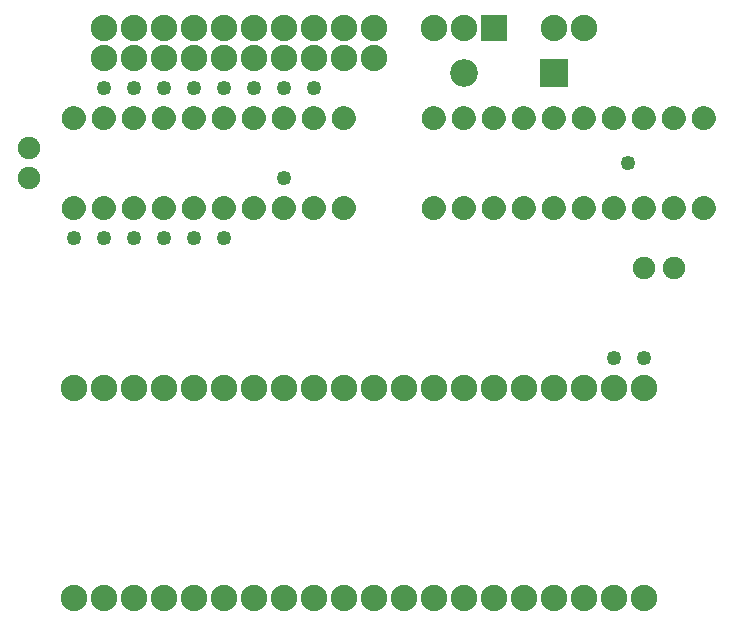
<source format=gts>
G04 MADE WITH FRITZING*
G04 WWW.FRITZING.ORG*
G04 DOUBLE SIDED*
G04 HOLES PLATED*
G04 CONTOUR ON CENTER OF CONTOUR VECTOR*
%ASAXBY*%
%FSLAX23Y23*%
%MOIN*%
%OFA0B0*%
%SFA1.0B1.0*%
%ADD10C,0.088000*%
%ADD11C,0.092000*%
%ADD12C,0.049370*%
%ADD13C,0.075000*%
%ADD14R,0.088000X0.088000*%
%ADD15R,0.092000X0.092000*%
%ADD16R,0.001000X0.001000*%
%LNMASK1*%
G90*
G70*
G54D10*
X2159Y156D03*
X2059Y156D03*
X1959Y156D03*
X1859Y156D03*
X1759Y156D03*
X1659Y156D03*
X1559Y156D03*
X1459Y156D03*
X1359Y156D03*
X1259Y156D03*
X1159Y156D03*
X1059Y156D03*
X959Y156D03*
X859Y156D03*
X759Y156D03*
X659Y156D03*
X559Y156D03*
X459Y156D03*
X359Y156D03*
X259Y156D03*
X1959Y2055D03*
X1859Y2055D03*
X2159Y855D03*
X2059Y855D03*
X1959Y855D03*
X1859Y855D03*
X1759Y855D03*
X1659Y855D03*
X1559Y855D03*
X1459Y855D03*
X1359Y855D03*
X1259Y855D03*
X1159Y855D03*
X1059Y855D03*
X959Y855D03*
X859Y855D03*
X759Y855D03*
X659Y855D03*
X559Y855D03*
X459Y855D03*
X359Y855D03*
X259Y855D03*
X359Y1955D03*
X459Y1955D03*
X559Y1955D03*
X659Y1955D03*
X759Y1955D03*
X859Y1955D03*
X959Y1955D03*
X1059Y1955D03*
X1159Y1955D03*
X1259Y1955D03*
X359Y2055D03*
X459Y2055D03*
X559Y2055D03*
X659Y2055D03*
X759Y2055D03*
X859Y2055D03*
X959Y2055D03*
X1059Y2055D03*
X1159Y2055D03*
X1259Y2055D03*
X1659Y2055D03*
X1559Y2055D03*
X1459Y2055D03*
G54D11*
X1859Y1905D03*
X1561Y1905D03*
G54D12*
X2108Y1606D03*
X459Y1855D03*
X559Y1855D03*
X659Y1855D03*
X759Y1855D03*
X859Y1855D03*
X959Y1855D03*
X1059Y1855D03*
X359Y1855D03*
X259Y1355D03*
X359Y1355D03*
X459Y1355D03*
X559Y1355D03*
X659Y1355D03*
X759Y1355D03*
X2059Y955D03*
X2159Y955D03*
G54D13*
X2259Y1255D03*
X2159Y1255D03*
X2259Y1255D03*
X2159Y1255D03*
X109Y1555D03*
X109Y1655D03*
X109Y1555D03*
X109Y1655D03*
G54D12*
X959Y1555D03*
G54D14*
X1659Y2055D03*
G54D15*
X1860Y1905D03*
G54D16*
X259Y1795D02*
X260Y1795D01*
X359Y1795D02*
X360Y1795D01*
X458Y1795D02*
X460Y1795D01*
X558Y1795D02*
X560Y1795D01*
X658Y1795D02*
X660Y1795D01*
X758Y1795D02*
X760Y1795D01*
X858Y1795D02*
X860Y1795D01*
X958Y1795D02*
X960Y1795D01*
X1058Y1795D02*
X1060Y1795D01*
X1158Y1795D02*
X1160Y1795D01*
X1458Y1795D02*
X1460Y1795D01*
X1558Y1795D02*
X1560Y1795D01*
X1658Y1795D02*
X1660Y1795D01*
X1758Y1795D02*
X1760Y1795D01*
X1858Y1795D02*
X1860Y1795D01*
X1958Y1795D02*
X1960Y1795D01*
X2058Y1795D02*
X2060Y1795D01*
X2158Y1795D02*
X2160Y1795D01*
X2258Y1795D02*
X2260Y1795D01*
X2358Y1795D02*
X2360Y1795D01*
X251Y1794D02*
X267Y1794D01*
X351Y1794D02*
X367Y1794D01*
X451Y1794D02*
X467Y1794D01*
X551Y1794D02*
X567Y1794D01*
X651Y1794D02*
X667Y1794D01*
X751Y1794D02*
X767Y1794D01*
X851Y1794D02*
X867Y1794D01*
X951Y1794D02*
X967Y1794D01*
X1051Y1794D02*
X1067Y1794D01*
X1151Y1794D02*
X1167Y1794D01*
X1451Y1794D02*
X1467Y1794D01*
X1551Y1794D02*
X1567Y1794D01*
X1651Y1794D02*
X1667Y1794D01*
X1751Y1794D02*
X1767Y1794D01*
X1851Y1794D02*
X1867Y1794D01*
X1951Y1794D02*
X1967Y1794D01*
X2051Y1794D02*
X2067Y1794D01*
X2151Y1794D02*
X2167Y1794D01*
X2251Y1794D02*
X2267Y1794D01*
X2351Y1794D02*
X2367Y1794D01*
X247Y1793D02*
X271Y1793D01*
X347Y1793D02*
X371Y1793D01*
X447Y1793D02*
X471Y1793D01*
X547Y1793D02*
X571Y1793D01*
X647Y1793D02*
X671Y1793D01*
X747Y1793D02*
X771Y1793D01*
X847Y1793D02*
X871Y1793D01*
X947Y1793D02*
X971Y1793D01*
X1047Y1793D02*
X1071Y1793D01*
X1147Y1793D02*
X1171Y1793D01*
X1447Y1793D02*
X1471Y1793D01*
X1547Y1793D02*
X1571Y1793D01*
X1647Y1793D02*
X1671Y1793D01*
X1747Y1793D02*
X1771Y1793D01*
X1847Y1793D02*
X1871Y1793D01*
X1947Y1793D02*
X1971Y1793D01*
X2047Y1793D02*
X2071Y1793D01*
X2147Y1793D02*
X2171Y1793D01*
X2247Y1793D02*
X2271Y1793D01*
X2347Y1793D02*
X2371Y1793D01*
X244Y1792D02*
X274Y1792D01*
X344Y1792D02*
X374Y1792D01*
X444Y1792D02*
X474Y1792D01*
X544Y1792D02*
X574Y1792D01*
X644Y1792D02*
X674Y1792D01*
X744Y1792D02*
X774Y1792D01*
X844Y1792D02*
X874Y1792D01*
X944Y1792D02*
X974Y1792D01*
X1044Y1792D02*
X1074Y1792D01*
X1144Y1792D02*
X1174Y1792D01*
X1444Y1792D02*
X1474Y1792D01*
X1544Y1792D02*
X1574Y1792D01*
X1644Y1792D02*
X1674Y1792D01*
X1744Y1792D02*
X1774Y1792D01*
X1844Y1792D02*
X1874Y1792D01*
X1944Y1792D02*
X1974Y1792D01*
X2044Y1792D02*
X2074Y1792D01*
X2144Y1792D02*
X2174Y1792D01*
X2244Y1792D02*
X2274Y1792D01*
X2344Y1792D02*
X2374Y1792D01*
X242Y1791D02*
X276Y1791D01*
X342Y1791D02*
X376Y1791D01*
X442Y1791D02*
X476Y1791D01*
X542Y1791D02*
X576Y1791D01*
X642Y1791D02*
X676Y1791D01*
X742Y1791D02*
X776Y1791D01*
X842Y1791D02*
X876Y1791D01*
X942Y1791D02*
X976Y1791D01*
X1042Y1791D02*
X1076Y1791D01*
X1142Y1791D02*
X1176Y1791D01*
X1442Y1791D02*
X1476Y1791D01*
X1542Y1791D02*
X1576Y1791D01*
X1642Y1791D02*
X1676Y1791D01*
X1742Y1791D02*
X1776Y1791D01*
X1842Y1791D02*
X1876Y1791D01*
X1942Y1791D02*
X1976Y1791D01*
X2042Y1791D02*
X2076Y1791D01*
X2142Y1791D02*
X2176Y1791D01*
X2242Y1791D02*
X2276Y1791D01*
X2342Y1791D02*
X2376Y1791D01*
X240Y1790D02*
X278Y1790D01*
X340Y1790D02*
X378Y1790D01*
X440Y1790D02*
X478Y1790D01*
X540Y1790D02*
X578Y1790D01*
X640Y1790D02*
X678Y1790D01*
X740Y1790D02*
X778Y1790D01*
X840Y1790D02*
X878Y1790D01*
X940Y1790D02*
X978Y1790D01*
X1040Y1790D02*
X1078Y1790D01*
X1140Y1790D02*
X1178Y1790D01*
X1440Y1790D02*
X1478Y1790D01*
X1540Y1790D02*
X1578Y1790D01*
X1640Y1790D02*
X1678Y1790D01*
X1740Y1790D02*
X1778Y1790D01*
X1840Y1790D02*
X1878Y1790D01*
X1940Y1790D02*
X1978Y1790D01*
X2040Y1790D02*
X2078Y1790D01*
X2140Y1790D02*
X2178Y1790D01*
X2240Y1790D02*
X2278Y1790D01*
X2340Y1790D02*
X2378Y1790D01*
X239Y1789D02*
X280Y1789D01*
X339Y1789D02*
X380Y1789D01*
X439Y1789D02*
X480Y1789D01*
X539Y1789D02*
X580Y1789D01*
X639Y1789D02*
X680Y1789D01*
X739Y1789D02*
X780Y1789D01*
X839Y1789D02*
X880Y1789D01*
X939Y1789D02*
X980Y1789D01*
X1039Y1789D02*
X1080Y1789D01*
X1139Y1789D02*
X1180Y1789D01*
X1439Y1789D02*
X1480Y1789D01*
X1539Y1789D02*
X1580Y1789D01*
X1639Y1789D02*
X1680Y1789D01*
X1739Y1789D02*
X1780Y1789D01*
X1839Y1789D02*
X1880Y1789D01*
X1939Y1789D02*
X1980Y1789D01*
X2039Y1789D02*
X2080Y1789D01*
X2139Y1789D02*
X2180Y1789D01*
X2239Y1789D02*
X2280Y1789D01*
X2339Y1789D02*
X2380Y1789D01*
X237Y1788D02*
X281Y1788D01*
X337Y1788D02*
X381Y1788D01*
X437Y1788D02*
X481Y1788D01*
X537Y1788D02*
X581Y1788D01*
X637Y1788D02*
X681Y1788D01*
X737Y1788D02*
X781Y1788D01*
X837Y1788D02*
X881Y1788D01*
X937Y1788D02*
X981Y1788D01*
X1037Y1788D02*
X1081Y1788D01*
X1137Y1788D02*
X1181Y1788D01*
X1437Y1788D02*
X1481Y1788D01*
X1537Y1788D02*
X1581Y1788D01*
X1637Y1788D02*
X1681Y1788D01*
X1737Y1788D02*
X1781Y1788D01*
X1837Y1788D02*
X1881Y1788D01*
X1937Y1788D02*
X1981Y1788D01*
X2037Y1788D02*
X2081Y1788D01*
X2137Y1788D02*
X2181Y1788D01*
X2237Y1788D02*
X2281Y1788D01*
X2337Y1788D02*
X2381Y1788D01*
X236Y1787D02*
X283Y1787D01*
X336Y1787D02*
X383Y1787D01*
X436Y1787D02*
X483Y1787D01*
X536Y1787D02*
X583Y1787D01*
X636Y1787D02*
X683Y1787D01*
X736Y1787D02*
X783Y1787D01*
X836Y1787D02*
X883Y1787D01*
X936Y1787D02*
X983Y1787D01*
X1036Y1787D02*
X1083Y1787D01*
X1136Y1787D02*
X1183Y1787D01*
X1436Y1787D02*
X1483Y1787D01*
X1536Y1787D02*
X1583Y1787D01*
X1636Y1787D02*
X1683Y1787D01*
X1736Y1787D02*
X1783Y1787D01*
X1836Y1787D02*
X1883Y1787D01*
X1936Y1787D02*
X1983Y1787D01*
X2036Y1787D02*
X2083Y1787D01*
X2136Y1787D02*
X2183Y1787D01*
X2236Y1787D02*
X2282Y1787D01*
X2336Y1787D02*
X2382Y1787D01*
X234Y1786D02*
X284Y1786D01*
X334Y1786D02*
X384Y1786D01*
X434Y1786D02*
X484Y1786D01*
X534Y1786D02*
X584Y1786D01*
X634Y1786D02*
X684Y1786D01*
X734Y1786D02*
X784Y1786D01*
X834Y1786D02*
X884Y1786D01*
X934Y1786D02*
X984Y1786D01*
X1034Y1786D02*
X1084Y1786D01*
X1134Y1786D02*
X1184Y1786D01*
X1434Y1786D02*
X1484Y1786D01*
X1534Y1786D02*
X1584Y1786D01*
X1634Y1786D02*
X1684Y1786D01*
X1734Y1786D02*
X1784Y1786D01*
X1834Y1786D02*
X1884Y1786D01*
X1934Y1786D02*
X1984Y1786D01*
X2034Y1786D02*
X2084Y1786D01*
X2134Y1786D02*
X2184Y1786D01*
X2234Y1786D02*
X2284Y1786D01*
X2334Y1786D02*
X2384Y1786D01*
X233Y1785D02*
X285Y1785D01*
X333Y1785D02*
X385Y1785D01*
X433Y1785D02*
X485Y1785D01*
X533Y1785D02*
X585Y1785D01*
X633Y1785D02*
X685Y1785D01*
X733Y1785D02*
X785Y1785D01*
X833Y1785D02*
X885Y1785D01*
X933Y1785D02*
X985Y1785D01*
X1033Y1785D02*
X1085Y1785D01*
X1133Y1785D02*
X1185Y1785D01*
X1433Y1785D02*
X1485Y1785D01*
X1533Y1785D02*
X1585Y1785D01*
X1633Y1785D02*
X1685Y1785D01*
X1733Y1785D02*
X1785Y1785D01*
X1833Y1785D02*
X1885Y1785D01*
X1933Y1785D02*
X1985Y1785D01*
X2033Y1785D02*
X2085Y1785D01*
X2133Y1785D02*
X2185Y1785D01*
X2233Y1785D02*
X2285Y1785D01*
X2333Y1785D02*
X2385Y1785D01*
X232Y1784D02*
X286Y1784D01*
X332Y1784D02*
X386Y1784D01*
X432Y1784D02*
X486Y1784D01*
X532Y1784D02*
X586Y1784D01*
X632Y1784D02*
X686Y1784D01*
X732Y1784D02*
X786Y1784D01*
X832Y1784D02*
X886Y1784D01*
X932Y1784D02*
X986Y1784D01*
X1032Y1784D02*
X1086Y1784D01*
X1132Y1784D02*
X1186Y1784D01*
X1432Y1784D02*
X1486Y1784D01*
X1532Y1784D02*
X1586Y1784D01*
X1632Y1784D02*
X1686Y1784D01*
X1732Y1784D02*
X1786Y1784D01*
X1832Y1784D02*
X1886Y1784D01*
X1932Y1784D02*
X1986Y1784D01*
X2032Y1784D02*
X2086Y1784D01*
X2132Y1784D02*
X2186Y1784D01*
X2232Y1784D02*
X2286Y1784D01*
X2332Y1784D02*
X2386Y1784D01*
X231Y1783D02*
X287Y1783D01*
X331Y1783D02*
X387Y1783D01*
X431Y1783D02*
X487Y1783D01*
X531Y1783D02*
X587Y1783D01*
X631Y1783D02*
X687Y1783D01*
X731Y1783D02*
X787Y1783D01*
X831Y1783D02*
X887Y1783D01*
X931Y1783D02*
X987Y1783D01*
X1031Y1783D02*
X1087Y1783D01*
X1131Y1783D02*
X1187Y1783D01*
X1431Y1783D02*
X1487Y1783D01*
X1531Y1783D02*
X1587Y1783D01*
X1631Y1783D02*
X1687Y1783D01*
X1731Y1783D02*
X1787Y1783D01*
X1831Y1783D02*
X1887Y1783D01*
X1931Y1783D02*
X1987Y1783D01*
X2031Y1783D02*
X2087Y1783D01*
X2131Y1783D02*
X2187Y1783D01*
X2231Y1783D02*
X2287Y1783D01*
X2331Y1783D02*
X2387Y1783D01*
X230Y1782D02*
X288Y1782D01*
X330Y1782D02*
X388Y1782D01*
X430Y1782D02*
X488Y1782D01*
X530Y1782D02*
X588Y1782D01*
X630Y1782D02*
X688Y1782D01*
X730Y1782D02*
X788Y1782D01*
X830Y1782D02*
X888Y1782D01*
X930Y1782D02*
X988Y1782D01*
X1030Y1782D02*
X1088Y1782D01*
X1130Y1782D02*
X1188Y1782D01*
X1430Y1782D02*
X1488Y1782D01*
X1530Y1782D02*
X1588Y1782D01*
X1630Y1782D02*
X1688Y1782D01*
X1730Y1782D02*
X1788Y1782D01*
X1830Y1782D02*
X1888Y1782D01*
X1930Y1782D02*
X1988Y1782D01*
X2030Y1782D02*
X2088Y1782D01*
X2130Y1782D02*
X2188Y1782D01*
X2230Y1782D02*
X2288Y1782D01*
X2330Y1782D02*
X2388Y1782D01*
X229Y1781D02*
X289Y1781D01*
X329Y1781D02*
X389Y1781D01*
X429Y1781D02*
X489Y1781D01*
X529Y1781D02*
X589Y1781D01*
X629Y1781D02*
X689Y1781D01*
X729Y1781D02*
X789Y1781D01*
X829Y1781D02*
X889Y1781D01*
X929Y1781D02*
X989Y1781D01*
X1029Y1781D02*
X1089Y1781D01*
X1129Y1781D02*
X1189Y1781D01*
X1429Y1781D02*
X1489Y1781D01*
X1529Y1781D02*
X1589Y1781D01*
X1629Y1781D02*
X1689Y1781D01*
X1729Y1781D02*
X1789Y1781D01*
X1829Y1781D02*
X1889Y1781D01*
X1929Y1781D02*
X1989Y1781D01*
X2029Y1781D02*
X2089Y1781D01*
X2129Y1781D02*
X2189Y1781D01*
X2229Y1781D02*
X2289Y1781D01*
X2329Y1781D02*
X2389Y1781D01*
X228Y1780D02*
X290Y1780D01*
X328Y1780D02*
X390Y1780D01*
X428Y1780D02*
X490Y1780D01*
X528Y1780D02*
X590Y1780D01*
X628Y1780D02*
X690Y1780D01*
X728Y1780D02*
X790Y1780D01*
X828Y1780D02*
X890Y1780D01*
X928Y1780D02*
X990Y1780D01*
X1028Y1780D02*
X1090Y1780D01*
X1128Y1780D02*
X1190Y1780D01*
X1428Y1780D02*
X1490Y1780D01*
X1528Y1780D02*
X1590Y1780D01*
X1628Y1780D02*
X1690Y1780D01*
X1728Y1780D02*
X1790Y1780D01*
X1828Y1780D02*
X1890Y1780D01*
X1928Y1780D02*
X1990Y1780D01*
X2028Y1780D02*
X2090Y1780D01*
X2128Y1780D02*
X2190Y1780D01*
X2228Y1780D02*
X2290Y1780D01*
X2328Y1780D02*
X2390Y1780D01*
X228Y1779D02*
X291Y1779D01*
X328Y1779D02*
X391Y1779D01*
X428Y1779D02*
X491Y1779D01*
X528Y1779D02*
X591Y1779D01*
X628Y1779D02*
X691Y1779D01*
X728Y1779D02*
X791Y1779D01*
X828Y1779D02*
X891Y1779D01*
X928Y1779D02*
X991Y1779D01*
X1028Y1779D02*
X1091Y1779D01*
X1128Y1779D02*
X1191Y1779D01*
X1428Y1779D02*
X1491Y1779D01*
X1528Y1779D02*
X1591Y1779D01*
X1628Y1779D02*
X1691Y1779D01*
X1728Y1779D02*
X1791Y1779D01*
X1828Y1779D02*
X1891Y1779D01*
X1928Y1779D02*
X1990Y1779D01*
X2028Y1779D02*
X2090Y1779D01*
X2128Y1779D02*
X2190Y1779D01*
X2228Y1779D02*
X2290Y1779D01*
X2328Y1779D02*
X2390Y1779D01*
X227Y1778D02*
X291Y1778D01*
X327Y1778D02*
X391Y1778D01*
X427Y1778D02*
X491Y1778D01*
X527Y1778D02*
X591Y1778D01*
X627Y1778D02*
X691Y1778D01*
X727Y1778D02*
X791Y1778D01*
X827Y1778D02*
X891Y1778D01*
X927Y1778D02*
X991Y1778D01*
X1027Y1778D02*
X1091Y1778D01*
X1127Y1778D02*
X1191Y1778D01*
X1427Y1778D02*
X1491Y1778D01*
X1527Y1778D02*
X1591Y1778D01*
X1627Y1778D02*
X1691Y1778D01*
X1727Y1778D02*
X1791Y1778D01*
X1827Y1778D02*
X1891Y1778D01*
X1927Y1778D02*
X1991Y1778D01*
X2027Y1778D02*
X2091Y1778D01*
X2127Y1778D02*
X2191Y1778D01*
X2227Y1778D02*
X2291Y1778D01*
X2327Y1778D02*
X2391Y1778D01*
X226Y1777D02*
X292Y1777D01*
X326Y1777D02*
X392Y1777D01*
X426Y1777D02*
X492Y1777D01*
X526Y1777D02*
X592Y1777D01*
X626Y1777D02*
X692Y1777D01*
X726Y1777D02*
X792Y1777D01*
X826Y1777D02*
X892Y1777D01*
X926Y1777D02*
X992Y1777D01*
X1026Y1777D02*
X1092Y1777D01*
X1126Y1777D02*
X1192Y1777D01*
X1426Y1777D02*
X1492Y1777D01*
X1526Y1777D02*
X1592Y1777D01*
X1626Y1777D02*
X1692Y1777D01*
X1726Y1777D02*
X1792Y1777D01*
X1826Y1777D02*
X1892Y1777D01*
X1926Y1777D02*
X1992Y1777D01*
X2026Y1777D02*
X2092Y1777D01*
X2126Y1777D02*
X2192Y1777D01*
X2226Y1777D02*
X2292Y1777D01*
X2326Y1777D02*
X2392Y1777D01*
X226Y1776D02*
X293Y1776D01*
X326Y1776D02*
X393Y1776D01*
X426Y1776D02*
X493Y1776D01*
X526Y1776D02*
X593Y1776D01*
X626Y1776D02*
X693Y1776D01*
X726Y1776D02*
X793Y1776D01*
X826Y1776D02*
X893Y1776D01*
X926Y1776D02*
X993Y1776D01*
X1026Y1776D02*
X1093Y1776D01*
X1126Y1776D02*
X1193Y1776D01*
X1426Y1776D02*
X1493Y1776D01*
X1526Y1776D02*
X1593Y1776D01*
X1626Y1776D02*
X1693Y1776D01*
X1726Y1776D02*
X1793Y1776D01*
X1826Y1776D02*
X1893Y1776D01*
X1926Y1776D02*
X1993Y1776D01*
X2026Y1776D02*
X2093Y1776D01*
X2126Y1776D02*
X2193Y1776D01*
X2226Y1776D02*
X2293Y1776D01*
X2326Y1776D02*
X2393Y1776D01*
X225Y1775D02*
X293Y1775D01*
X325Y1775D02*
X393Y1775D01*
X425Y1775D02*
X493Y1775D01*
X525Y1775D02*
X593Y1775D01*
X625Y1775D02*
X693Y1775D01*
X725Y1775D02*
X793Y1775D01*
X825Y1775D02*
X893Y1775D01*
X925Y1775D02*
X993Y1775D01*
X1025Y1775D02*
X1093Y1775D01*
X1125Y1775D02*
X1193Y1775D01*
X1425Y1775D02*
X1493Y1775D01*
X1525Y1775D02*
X1593Y1775D01*
X1625Y1775D02*
X1693Y1775D01*
X1725Y1775D02*
X1793Y1775D01*
X1825Y1775D02*
X1893Y1775D01*
X1925Y1775D02*
X1993Y1775D01*
X2025Y1775D02*
X2093Y1775D01*
X2125Y1775D02*
X2193Y1775D01*
X2225Y1775D02*
X2293Y1775D01*
X2325Y1775D02*
X2393Y1775D01*
X224Y1774D02*
X294Y1774D01*
X324Y1774D02*
X394Y1774D01*
X424Y1774D02*
X494Y1774D01*
X524Y1774D02*
X594Y1774D01*
X624Y1774D02*
X694Y1774D01*
X724Y1774D02*
X794Y1774D01*
X824Y1774D02*
X894Y1774D01*
X924Y1774D02*
X994Y1774D01*
X1024Y1774D02*
X1094Y1774D01*
X1124Y1774D02*
X1194Y1774D01*
X1424Y1774D02*
X1494Y1774D01*
X1524Y1774D02*
X1594Y1774D01*
X1624Y1774D02*
X1694Y1774D01*
X1724Y1774D02*
X1794Y1774D01*
X1824Y1774D02*
X1894Y1774D01*
X1924Y1774D02*
X1994Y1774D01*
X2024Y1774D02*
X2094Y1774D01*
X2124Y1774D02*
X2194Y1774D01*
X2224Y1774D02*
X2294Y1774D01*
X2324Y1774D02*
X2394Y1774D01*
X224Y1773D02*
X294Y1773D01*
X324Y1773D02*
X394Y1773D01*
X424Y1773D02*
X494Y1773D01*
X524Y1773D02*
X594Y1773D01*
X624Y1773D02*
X694Y1773D01*
X724Y1773D02*
X794Y1773D01*
X824Y1773D02*
X894Y1773D01*
X924Y1773D02*
X994Y1773D01*
X1024Y1773D02*
X1094Y1773D01*
X1124Y1773D02*
X1194Y1773D01*
X1424Y1773D02*
X1494Y1773D01*
X1524Y1773D02*
X1594Y1773D01*
X1624Y1773D02*
X1694Y1773D01*
X1724Y1773D02*
X1794Y1773D01*
X1824Y1773D02*
X1894Y1773D01*
X1924Y1773D02*
X1994Y1773D01*
X2024Y1773D02*
X2094Y1773D01*
X2124Y1773D02*
X2194Y1773D01*
X2224Y1773D02*
X2294Y1773D01*
X2324Y1773D02*
X2394Y1773D01*
X223Y1772D02*
X295Y1772D01*
X323Y1772D02*
X395Y1772D01*
X423Y1772D02*
X495Y1772D01*
X523Y1772D02*
X595Y1772D01*
X623Y1772D02*
X695Y1772D01*
X723Y1772D02*
X795Y1772D01*
X823Y1772D02*
X895Y1772D01*
X923Y1772D02*
X995Y1772D01*
X1023Y1772D02*
X1095Y1772D01*
X1123Y1772D02*
X1195Y1772D01*
X1423Y1772D02*
X1495Y1772D01*
X1523Y1772D02*
X1595Y1772D01*
X1623Y1772D02*
X1695Y1772D01*
X1723Y1772D02*
X1795Y1772D01*
X1823Y1772D02*
X1895Y1772D01*
X1923Y1772D02*
X1995Y1772D01*
X2023Y1772D02*
X2095Y1772D01*
X2123Y1772D02*
X2195Y1772D01*
X2223Y1772D02*
X2295Y1772D01*
X2323Y1772D02*
X2395Y1772D01*
X223Y1771D02*
X295Y1771D01*
X323Y1771D02*
X395Y1771D01*
X423Y1771D02*
X495Y1771D01*
X523Y1771D02*
X595Y1771D01*
X623Y1771D02*
X695Y1771D01*
X723Y1771D02*
X795Y1771D01*
X823Y1771D02*
X895Y1771D01*
X923Y1771D02*
X995Y1771D01*
X1023Y1771D02*
X1095Y1771D01*
X1123Y1771D02*
X1195Y1771D01*
X1423Y1771D02*
X1495Y1771D01*
X1523Y1771D02*
X1595Y1771D01*
X1623Y1771D02*
X1695Y1771D01*
X1723Y1771D02*
X1795Y1771D01*
X1823Y1771D02*
X1895Y1771D01*
X1923Y1771D02*
X1995Y1771D01*
X2023Y1771D02*
X2095Y1771D01*
X2123Y1771D02*
X2195Y1771D01*
X2223Y1771D02*
X2295Y1771D01*
X2323Y1771D02*
X2395Y1771D01*
X223Y1770D02*
X296Y1770D01*
X323Y1770D02*
X396Y1770D01*
X423Y1770D02*
X496Y1770D01*
X523Y1770D02*
X596Y1770D01*
X623Y1770D02*
X696Y1770D01*
X723Y1770D02*
X796Y1770D01*
X823Y1770D02*
X896Y1770D01*
X923Y1770D02*
X996Y1770D01*
X1023Y1770D02*
X1096Y1770D01*
X1123Y1770D02*
X1196Y1770D01*
X1423Y1770D02*
X1496Y1770D01*
X1523Y1770D02*
X1596Y1770D01*
X1623Y1770D02*
X1696Y1770D01*
X1723Y1770D02*
X1796Y1770D01*
X1823Y1770D02*
X1896Y1770D01*
X1923Y1770D02*
X1996Y1770D01*
X2022Y1770D02*
X2096Y1770D01*
X2122Y1770D02*
X2196Y1770D01*
X2222Y1770D02*
X2296Y1770D01*
X2322Y1770D02*
X2396Y1770D01*
X222Y1769D02*
X296Y1769D01*
X322Y1769D02*
X396Y1769D01*
X422Y1769D02*
X496Y1769D01*
X522Y1769D02*
X596Y1769D01*
X622Y1769D02*
X696Y1769D01*
X722Y1769D02*
X796Y1769D01*
X822Y1769D02*
X896Y1769D01*
X922Y1769D02*
X996Y1769D01*
X1022Y1769D02*
X1096Y1769D01*
X1122Y1769D02*
X1196Y1769D01*
X1422Y1769D02*
X1496Y1769D01*
X1522Y1769D02*
X1596Y1769D01*
X1622Y1769D02*
X1696Y1769D01*
X1722Y1769D02*
X1796Y1769D01*
X1822Y1769D02*
X1896Y1769D01*
X1922Y1769D02*
X1996Y1769D01*
X2022Y1769D02*
X2096Y1769D01*
X2122Y1769D02*
X2196Y1769D01*
X2222Y1769D02*
X2296Y1769D01*
X2322Y1769D02*
X2396Y1769D01*
X222Y1768D02*
X296Y1768D01*
X322Y1768D02*
X396Y1768D01*
X422Y1768D02*
X496Y1768D01*
X522Y1768D02*
X596Y1768D01*
X622Y1768D02*
X696Y1768D01*
X722Y1768D02*
X796Y1768D01*
X822Y1768D02*
X896Y1768D01*
X922Y1768D02*
X996Y1768D01*
X1022Y1768D02*
X1096Y1768D01*
X1122Y1768D02*
X1196Y1768D01*
X1422Y1768D02*
X1496Y1768D01*
X1522Y1768D02*
X1596Y1768D01*
X1622Y1768D02*
X1696Y1768D01*
X1722Y1768D02*
X1796Y1768D01*
X1822Y1768D02*
X1896Y1768D01*
X1922Y1768D02*
X1996Y1768D01*
X2022Y1768D02*
X2096Y1768D01*
X2122Y1768D02*
X2196Y1768D01*
X2222Y1768D02*
X2296Y1768D01*
X2322Y1768D02*
X2396Y1768D01*
X222Y1767D02*
X297Y1767D01*
X322Y1767D02*
X397Y1767D01*
X422Y1767D02*
X497Y1767D01*
X522Y1767D02*
X597Y1767D01*
X621Y1767D02*
X697Y1767D01*
X721Y1767D02*
X797Y1767D01*
X821Y1767D02*
X897Y1767D01*
X921Y1767D02*
X997Y1767D01*
X1021Y1767D02*
X1097Y1767D01*
X1121Y1767D02*
X1197Y1767D01*
X1421Y1767D02*
X1497Y1767D01*
X1521Y1767D02*
X1597Y1767D01*
X1621Y1767D02*
X1697Y1767D01*
X1721Y1767D02*
X1797Y1767D01*
X1821Y1767D02*
X1897Y1767D01*
X1921Y1767D02*
X1997Y1767D01*
X2021Y1767D02*
X2097Y1767D01*
X2121Y1767D02*
X2197Y1767D01*
X2221Y1767D02*
X2297Y1767D01*
X2321Y1767D02*
X2397Y1767D01*
X221Y1766D02*
X297Y1766D01*
X321Y1766D02*
X397Y1766D01*
X421Y1766D02*
X497Y1766D01*
X521Y1766D02*
X597Y1766D01*
X621Y1766D02*
X697Y1766D01*
X721Y1766D02*
X797Y1766D01*
X821Y1766D02*
X897Y1766D01*
X921Y1766D02*
X997Y1766D01*
X1021Y1766D02*
X1097Y1766D01*
X1121Y1766D02*
X1197Y1766D01*
X1421Y1766D02*
X1497Y1766D01*
X1521Y1766D02*
X1597Y1766D01*
X1621Y1766D02*
X1697Y1766D01*
X1721Y1766D02*
X1797Y1766D01*
X1821Y1766D02*
X1897Y1766D01*
X1921Y1766D02*
X1997Y1766D01*
X2021Y1766D02*
X2097Y1766D01*
X2121Y1766D02*
X2197Y1766D01*
X2221Y1766D02*
X2297Y1766D01*
X2321Y1766D02*
X2397Y1766D01*
X221Y1765D02*
X297Y1765D01*
X321Y1765D02*
X397Y1765D01*
X421Y1765D02*
X497Y1765D01*
X521Y1765D02*
X597Y1765D01*
X621Y1765D02*
X697Y1765D01*
X721Y1765D02*
X797Y1765D01*
X821Y1765D02*
X897Y1765D01*
X921Y1765D02*
X997Y1765D01*
X1021Y1765D02*
X1097Y1765D01*
X1121Y1765D02*
X1197Y1765D01*
X1421Y1765D02*
X1497Y1765D01*
X1521Y1765D02*
X1597Y1765D01*
X1621Y1765D02*
X1697Y1765D01*
X1721Y1765D02*
X1797Y1765D01*
X1821Y1765D02*
X1897Y1765D01*
X1921Y1765D02*
X1997Y1765D01*
X2021Y1765D02*
X2097Y1765D01*
X2121Y1765D02*
X2197Y1765D01*
X2221Y1765D02*
X2297Y1765D01*
X2321Y1765D02*
X2397Y1765D01*
X221Y1764D02*
X298Y1764D01*
X321Y1764D02*
X398Y1764D01*
X421Y1764D02*
X498Y1764D01*
X521Y1764D02*
X598Y1764D01*
X621Y1764D02*
X698Y1764D01*
X721Y1764D02*
X798Y1764D01*
X821Y1764D02*
X898Y1764D01*
X921Y1764D02*
X998Y1764D01*
X1021Y1764D02*
X1097Y1764D01*
X1121Y1764D02*
X1197Y1764D01*
X1421Y1764D02*
X1497Y1764D01*
X1521Y1764D02*
X1597Y1764D01*
X1621Y1764D02*
X1697Y1764D01*
X1721Y1764D02*
X1797Y1764D01*
X1821Y1764D02*
X1897Y1764D01*
X1921Y1764D02*
X1997Y1764D01*
X2021Y1764D02*
X2097Y1764D01*
X2121Y1764D02*
X2197Y1764D01*
X2221Y1764D02*
X2297Y1764D01*
X2321Y1764D02*
X2397Y1764D01*
X221Y1763D02*
X298Y1763D01*
X321Y1763D02*
X398Y1763D01*
X421Y1763D02*
X498Y1763D01*
X521Y1763D02*
X598Y1763D01*
X621Y1763D02*
X698Y1763D01*
X720Y1763D02*
X798Y1763D01*
X820Y1763D02*
X898Y1763D01*
X920Y1763D02*
X998Y1763D01*
X1020Y1763D02*
X1098Y1763D01*
X1120Y1763D02*
X1198Y1763D01*
X1420Y1763D02*
X1498Y1763D01*
X1520Y1763D02*
X1598Y1763D01*
X1620Y1763D02*
X1698Y1763D01*
X1720Y1763D02*
X1798Y1763D01*
X1820Y1763D02*
X1898Y1763D01*
X1920Y1763D02*
X1998Y1763D01*
X2020Y1763D02*
X2098Y1763D01*
X2120Y1763D02*
X2198Y1763D01*
X2220Y1763D02*
X2298Y1763D01*
X2320Y1763D02*
X2398Y1763D01*
X220Y1762D02*
X298Y1762D01*
X320Y1762D02*
X398Y1762D01*
X420Y1762D02*
X498Y1762D01*
X520Y1762D02*
X598Y1762D01*
X620Y1762D02*
X698Y1762D01*
X720Y1762D02*
X798Y1762D01*
X820Y1762D02*
X898Y1762D01*
X920Y1762D02*
X998Y1762D01*
X1020Y1762D02*
X1098Y1762D01*
X1120Y1762D02*
X1198Y1762D01*
X1420Y1762D02*
X1498Y1762D01*
X1520Y1762D02*
X1598Y1762D01*
X1620Y1762D02*
X1698Y1762D01*
X1720Y1762D02*
X1798Y1762D01*
X1820Y1762D02*
X1898Y1762D01*
X1920Y1762D02*
X1998Y1762D01*
X2020Y1762D02*
X2098Y1762D01*
X2120Y1762D02*
X2198Y1762D01*
X2220Y1762D02*
X2298Y1762D01*
X2320Y1762D02*
X2398Y1762D01*
X220Y1761D02*
X298Y1761D01*
X320Y1761D02*
X398Y1761D01*
X420Y1761D02*
X498Y1761D01*
X520Y1761D02*
X598Y1761D01*
X620Y1761D02*
X698Y1761D01*
X720Y1761D02*
X798Y1761D01*
X820Y1761D02*
X898Y1761D01*
X920Y1761D02*
X998Y1761D01*
X1020Y1761D02*
X1098Y1761D01*
X1120Y1761D02*
X1198Y1761D01*
X1420Y1761D02*
X1498Y1761D01*
X1520Y1761D02*
X1598Y1761D01*
X1620Y1761D02*
X1698Y1761D01*
X1720Y1761D02*
X1798Y1761D01*
X1820Y1761D02*
X1898Y1761D01*
X1920Y1761D02*
X1998Y1761D01*
X2020Y1761D02*
X2098Y1761D01*
X2120Y1761D02*
X2198Y1761D01*
X2220Y1761D02*
X2298Y1761D01*
X2320Y1761D02*
X2398Y1761D01*
X220Y1760D02*
X298Y1760D01*
X320Y1760D02*
X398Y1760D01*
X420Y1760D02*
X498Y1760D01*
X520Y1760D02*
X598Y1760D01*
X620Y1760D02*
X698Y1760D01*
X720Y1760D02*
X798Y1760D01*
X820Y1760D02*
X898Y1760D01*
X920Y1760D02*
X998Y1760D01*
X1020Y1760D02*
X1098Y1760D01*
X1120Y1760D02*
X1198Y1760D01*
X1420Y1760D02*
X1498Y1760D01*
X1520Y1760D02*
X1598Y1760D01*
X1620Y1760D02*
X1698Y1760D01*
X1720Y1760D02*
X1798Y1760D01*
X1820Y1760D02*
X1898Y1760D01*
X1920Y1760D02*
X1998Y1760D01*
X2020Y1760D02*
X2098Y1760D01*
X2120Y1760D02*
X2198Y1760D01*
X2220Y1760D02*
X2298Y1760D01*
X2320Y1760D02*
X2398Y1760D01*
X220Y1759D02*
X298Y1759D01*
X320Y1759D02*
X398Y1759D01*
X420Y1759D02*
X498Y1759D01*
X520Y1759D02*
X598Y1759D01*
X620Y1759D02*
X698Y1759D01*
X720Y1759D02*
X798Y1759D01*
X820Y1759D02*
X898Y1759D01*
X920Y1759D02*
X998Y1759D01*
X1020Y1759D02*
X1098Y1759D01*
X1120Y1759D02*
X1198Y1759D01*
X1420Y1759D02*
X1498Y1759D01*
X1520Y1759D02*
X1598Y1759D01*
X1620Y1759D02*
X1698Y1759D01*
X1720Y1759D02*
X1798Y1759D01*
X1820Y1759D02*
X1898Y1759D01*
X1920Y1759D02*
X1998Y1759D01*
X2020Y1759D02*
X2098Y1759D01*
X2120Y1759D02*
X2198Y1759D01*
X2220Y1759D02*
X2298Y1759D01*
X2320Y1759D02*
X2398Y1759D01*
X220Y1758D02*
X298Y1758D01*
X320Y1758D02*
X398Y1758D01*
X420Y1758D02*
X498Y1758D01*
X520Y1758D02*
X598Y1758D01*
X620Y1758D02*
X698Y1758D01*
X720Y1758D02*
X798Y1758D01*
X820Y1758D02*
X898Y1758D01*
X920Y1758D02*
X998Y1758D01*
X1020Y1758D02*
X1098Y1758D01*
X1120Y1758D02*
X1198Y1758D01*
X1420Y1758D02*
X1498Y1758D01*
X1520Y1758D02*
X1598Y1758D01*
X1620Y1758D02*
X1698Y1758D01*
X1720Y1758D02*
X1798Y1758D01*
X1820Y1758D02*
X1898Y1758D01*
X1920Y1758D02*
X1998Y1758D01*
X2020Y1758D02*
X2098Y1758D01*
X2120Y1758D02*
X2198Y1758D01*
X2220Y1758D02*
X2298Y1758D01*
X2320Y1758D02*
X2398Y1758D01*
X220Y1757D02*
X299Y1757D01*
X320Y1757D02*
X399Y1757D01*
X420Y1757D02*
X499Y1757D01*
X520Y1757D02*
X599Y1757D01*
X620Y1757D02*
X699Y1757D01*
X720Y1757D02*
X799Y1757D01*
X820Y1757D02*
X899Y1757D01*
X920Y1757D02*
X999Y1757D01*
X1020Y1757D02*
X1098Y1757D01*
X1120Y1757D02*
X1198Y1757D01*
X1420Y1757D02*
X1498Y1757D01*
X1520Y1757D02*
X1598Y1757D01*
X1620Y1757D02*
X1698Y1757D01*
X1720Y1757D02*
X1798Y1757D01*
X1820Y1757D02*
X1898Y1757D01*
X1920Y1757D02*
X1998Y1757D01*
X2020Y1757D02*
X2098Y1757D01*
X2120Y1757D02*
X2198Y1757D01*
X2220Y1757D02*
X2298Y1757D01*
X2320Y1757D02*
X2398Y1757D01*
X220Y1756D02*
X299Y1756D01*
X320Y1756D02*
X399Y1756D01*
X420Y1756D02*
X499Y1756D01*
X520Y1756D02*
X599Y1756D01*
X620Y1756D02*
X699Y1756D01*
X720Y1756D02*
X799Y1756D01*
X820Y1756D02*
X899Y1756D01*
X920Y1756D02*
X999Y1756D01*
X1020Y1756D02*
X1099Y1756D01*
X1120Y1756D02*
X1199Y1756D01*
X1420Y1756D02*
X1499Y1756D01*
X1520Y1756D02*
X1599Y1756D01*
X1620Y1756D02*
X1699Y1756D01*
X1720Y1756D02*
X1799Y1756D01*
X1820Y1756D02*
X1899Y1756D01*
X1920Y1756D02*
X1999Y1756D01*
X2020Y1756D02*
X2099Y1756D01*
X2120Y1756D02*
X2199Y1756D01*
X2220Y1756D02*
X2299Y1756D01*
X2320Y1756D02*
X2399Y1756D01*
X220Y1755D02*
X299Y1755D01*
X320Y1755D02*
X399Y1755D01*
X420Y1755D02*
X499Y1755D01*
X520Y1755D02*
X599Y1755D01*
X620Y1755D02*
X699Y1755D01*
X720Y1755D02*
X799Y1755D01*
X820Y1755D02*
X899Y1755D01*
X920Y1755D02*
X999Y1755D01*
X1020Y1755D02*
X1099Y1755D01*
X1120Y1755D02*
X1199Y1755D01*
X1420Y1755D02*
X1499Y1755D01*
X1520Y1755D02*
X1599Y1755D01*
X1620Y1755D02*
X1699Y1755D01*
X1720Y1755D02*
X1799Y1755D01*
X1820Y1755D02*
X1899Y1755D01*
X1920Y1755D02*
X1999Y1755D01*
X2020Y1755D02*
X2099Y1755D01*
X2120Y1755D02*
X2199Y1755D01*
X2220Y1755D02*
X2299Y1755D01*
X2320Y1755D02*
X2399Y1755D01*
X220Y1754D02*
X299Y1754D01*
X320Y1754D02*
X399Y1754D01*
X420Y1754D02*
X499Y1754D01*
X520Y1754D02*
X599Y1754D01*
X620Y1754D02*
X699Y1754D01*
X720Y1754D02*
X799Y1754D01*
X820Y1754D02*
X899Y1754D01*
X920Y1754D02*
X999Y1754D01*
X1020Y1754D02*
X1099Y1754D01*
X1120Y1754D02*
X1199Y1754D01*
X1420Y1754D02*
X1499Y1754D01*
X1520Y1754D02*
X1599Y1754D01*
X1620Y1754D02*
X1699Y1754D01*
X1720Y1754D02*
X1799Y1754D01*
X1820Y1754D02*
X1899Y1754D01*
X1920Y1754D02*
X1999Y1754D01*
X2020Y1754D02*
X2099Y1754D01*
X2120Y1754D02*
X2199Y1754D01*
X2220Y1754D02*
X2299Y1754D01*
X2320Y1754D02*
X2399Y1754D01*
X220Y1753D02*
X299Y1753D01*
X320Y1753D02*
X399Y1753D01*
X420Y1753D02*
X499Y1753D01*
X520Y1753D02*
X599Y1753D01*
X620Y1753D02*
X699Y1753D01*
X720Y1753D02*
X799Y1753D01*
X820Y1753D02*
X899Y1753D01*
X920Y1753D02*
X998Y1753D01*
X1020Y1753D02*
X1098Y1753D01*
X1120Y1753D02*
X1198Y1753D01*
X1420Y1753D02*
X1498Y1753D01*
X1520Y1753D02*
X1598Y1753D01*
X1620Y1753D02*
X1698Y1753D01*
X1720Y1753D02*
X1798Y1753D01*
X1820Y1753D02*
X1898Y1753D01*
X1920Y1753D02*
X1998Y1753D01*
X2020Y1753D02*
X2098Y1753D01*
X2120Y1753D02*
X2198Y1753D01*
X2220Y1753D02*
X2298Y1753D01*
X2320Y1753D02*
X2398Y1753D01*
X220Y1752D02*
X298Y1752D01*
X320Y1752D02*
X398Y1752D01*
X420Y1752D02*
X498Y1752D01*
X520Y1752D02*
X598Y1752D01*
X620Y1752D02*
X698Y1752D01*
X720Y1752D02*
X798Y1752D01*
X820Y1752D02*
X898Y1752D01*
X920Y1752D02*
X998Y1752D01*
X1020Y1752D02*
X1098Y1752D01*
X1120Y1752D02*
X1198Y1752D01*
X1420Y1752D02*
X1498Y1752D01*
X1520Y1752D02*
X1598Y1752D01*
X1620Y1752D02*
X1698Y1752D01*
X1720Y1752D02*
X1798Y1752D01*
X1820Y1752D02*
X1898Y1752D01*
X1920Y1752D02*
X1998Y1752D01*
X2020Y1752D02*
X2098Y1752D01*
X2120Y1752D02*
X2198Y1752D01*
X2220Y1752D02*
X2298Y1752D01*
X2320Y1752D02*
X2398Y1752D01*
X220Y1751D02*
X298Y1751D01*
X320Y1751D02*
X398Y1751D01*
X420Y1751D02*
X498Y1751D01*
X520Y1751D02*
X598Y1751D01*
X620Y1751D02*
X698Y1751D01*
X720Y1751D02*
X798Y1751D01*
X820Y1751D02*
X898Y1751D01*
X920Y1751D02*
X998Y1751D01*
X1020Y1751D02*
X1098Y1751D01*
X1120Y1751D02*
X1198Y1751D01*
X1420Y1751D02*
X1498Y1751D01*
X1520Y1751D02*
X1598Y1751D01*
X1620Y1751D02*
X1698Y1751D01*
X1720Y1751D02*
X1798Y1751D01*
X1820Y1751D02*
X1898Y1751D01*
X1920Y1751D02*
X1998Y1751D01*
X2020Y1751D02*
X2098Y1751D01*
X2120Y1751D02*
X2198Y1751D01*
X2220Y1751D02*
X2298Y1751D01*
X2320Y1751D02*
X2398Y1751D01*
X220Y1750D02*
X298Y1750D01*
X320Y1750D02*
X398Y1750D01*
X420Y1750D02*
X498Y1750D01*
X520Y1750D02*
X598Y1750D01*
X620Y1750D02*
X698Y1750D01*
X720Y1750D02*
X798Y1750D01*
X820Y1750D02*
X898Y1750D01*
X920Y1750D02*
X998Y1750D01*
X1020Y1750D02*
X1098Y1750D01*
X1120Y1750D02*
X1198Y1750D01*
X1420Y1750D02*
X1498Y1750D01*
X1520Y1750D02*
X1598Y1750D01*
X1620Y1750D02*
X1698Y1750D01*
X1720Y1750D02*
X1798Y1750D01*
X1820Y1750D02*
X1898Y1750D01*
X1920Y1750D02*
X1998Y1750D01*
X2020Y1750D02*
X2098Y1750D01*
X2120Y1750D02*
X2198Y1750D01*
X2220Y1750D02*
X2298Y1750D01*
X2320Y1750D02*
X2398Y1750D01*
X220Y1749D02*
X298Y1749D01*
X320Y1749D02*
X398Y1749D01*
X420Y1749D02*
X498Y1749D01*
X520Y1749D02*
X598Y1749D01*
X620Y1749D02*
X698Y1749D01*
X720Y1749D02*
X798Y1749D01*
X820Y1749D02*
X898Y1749D01*
X920Y1749D02*
X998Y1749D01*
X1020Y1749D02*
X1098Y1749D01*
X1120Y1749D02*
X1198Y1749D01*
X1420Y1749D02*
X1498Y1749D01*
X1520Y1749D02*
X1598Y1749D01*
X1620Y1749D02*
X1698Y1749D01*
X1720Y1749D02*
X1798Y1749D01*
X1820Y1749D02*
X1898Y1749D01*
X1920Y1749D02*
X1998Y1749D01*
X2020Y1749D02*
X2098Y1749D01*
X2120Y1749D02*
X2198Y1749D01*
X2220Y1749D02*
X2298Y1749D01*
X2320Y1749D02*
X2398Y1749D01*
X220Y1748D02*
X298Y1748D01*
X320Y1748D02*
X398Y1748D01*
X420Y1748D02*
X498Y1748D01*
X520Y1748D02*
X598Y1748D01*
X620Y1748D02*
X698Y1748D01*
X720Y1748D02*
X798Y1748D01*
X820Y1748D02*
X898Y1748D01*
X920Y1748D02*
X998Y1748D01*
X1020Y1748D02*
X1098Y1748D01*
X1120Y1748D02*
X1198Y1748D01*
X1420Y1748D02*
X1498Y1748D01*
X1520Y1748D02*
X1598Y1748D01*
X1620Y1748D02*
X1698Y1748D01*
X1720Y1748D02*
X1798Y1748D01*
X1820Y1748D02*
X1898Y1748D01*
X1920Y1748D02*
X1998Y1748D01*
X2020Y1748D02*
X2098Y1748D01*
X2120Y1748D02*
X2198Y1748D01*
X2220Y1748D02*
X2298Y1748D01*
X2320Y1748D02*
X2398Y1748D01*
X221Y1747D02*
X298Y1747D01*
X321Y1747D02*
X398Y1747D01*
X421Y1747D02*
X498Y1747D01*
X521Y1747D02*
X598Y1747D01*
X621Y1747D02*
X698Y1747D01*
X721Y1747D02*
X798Y1747D01*
X821Y1747D02*
X898Y1747D01*
X921Y1747D02*
X998Y1747D01*
X1021Y1747D02*
X1098Y1747D01*
X1121Y1747D02*
X1198Y1747D01*
X1420Y1747D02*
X1498Y1747D01*
X1520Y1747D02*
X1598Y1747D01*
X1620Y1747D02*
X1698Y1747D01*
X1720Y1747D02*
X1798Y1747D01*
X1820Y1747D02*
X1898Y1747D01*
X1920Y1747D02*
X1998Y1747D01*
X2020Y1747D02*
X2098Y1747D01*
X2120Y1747D02*
X2198Y1747D01*
X2220Y1747D02*
X2298Y1747D01*
X2320Y1747D02*
X2398Y1747D01*
X221Y1746D02*
X297Y1746D01*
X321Y1746D02*
X397Y1746D01*
X421Y1746D02*
X497Y1746D01*
X521Y1746D02*
X597Y1746D01*
X621Y1746D02*
X697Y1746D01*
X721Y1746D02*
X797Y1746D01*
X821Y1746D02*
X897Y1746D01*
X921Y1746D02*
X997Y1746D01*
X1021Y1746D02*
X1097Y1746D01*
X1121Y1746D02*
X1197Y1746D01*
X1421Y1746D02*
X1497Y1746D01*
X1521Y1746D02*
X1597Y1746D01*
X1621Y1746D02*
X1697Y1746D01*
X1721Y1746D02*
X1797Y1746D01*
X1821Y1746D02*
X1897Y1746D01*
X1921Y1746D02*
X1997Y1746D01*
X2021Y1746D02*
X2097Y1746D01*
X2121Y1746D02*
X2197Y1746D01*
X2221Y1746D02*
X2297Y1746D01*
X2321Y1746D02*
X2397Y1746D01*
X221Y1745D02*
X297Y1745D01*
X321Y1745D02*
X397Y1745D01*
X421Y1745D02*
X497Y1745D01*
X521Y1745D02*
X597Y1745D01*
X621Y1745D02*
X697Y1745D01*
X721Y1745D02*
X797Y1745D01*
X821Y1745D02*
X897Y1745D01*
X921Y1745D02*
X997Y1745D01*
X1021Y1745D02*
X1097Y1745D01*
X1121Y1745D02*
X1197Y1745D01*
X1421Y1745D02*
X1497Y1745D01*
X1521Y1745D02*
X1597Y1745D01*
X1621Y1745D02*
X1697Y1745D01*
X1721Y1745D02*
X1797Y1745D01*
X1821Y1745D02*
X1897Y1745D01*
X1921Y1745D02*
X1997Y1745D01*
X2021Y1745D02*
X2097Y1745D01*
X2121Y1745D02*
X2197Y1745D01*
X2221Y1745D02*
X2297Y1745D01*
X2321Y1745D02*
X2397Y1745D01*
X221Y1744D02*
X297Y1744D01*
X321Y1744D02*
X397Y1744D01*
X421Y1744D02*
X497Y1744D01*
X521Y1744D02*
X597Y1744D01*
X621Y1744D02*
X697Y1744D01*
X721Y1744D02*
X797Y1744D01*
X821Y1744D02*
X897Y1744D01*
X921Y1744D02*
X997Y1744D01*
X1021Y1744D02*
X1097Y1744D01*
X1121Y1744D02*
X1197Y1744D01*
X1421Y1744D02*
X1497Y1744D01*
X1521Y1744D02*
X1597Y1744D01*
X1621Y1744D02*
X1697Y1744D01*
X1721Y1744D02*
X1797Y1744D01*
X1821Y1744D02*
X1897Y1744D01*
X1921Y1744D02*
X1997Y1744D01*
X2021Y1744D02*
X2097Y1744D01*
X2121Y1744D02*
X2197Y1744D01*
X2221Y1744D02*
X2297Y1744D01*
X2321Y1744D02*
X2397Y1744D01*
X222Y1743D02*
X297Y1743D01*
X322Y1743D02*
X397Y1743D01*
X422Y1743D02*
X497Y1743D01*
X522Y1743D02*
X597Y1743D01*
X622Y1743D02*
X697Y1743D01*
X722Y1743D02*
X797Y1743D01*
X822Y1743D02*
X897Y1743D01*
X922Y1743D02*
X997Y1743D01*
X1022Y1743D02*
X1097Y1743D01*
X1122Y1743D02*
X1197Y1743D01*
X1422Y1743D02*
X1497Y1743D01*
X1522Y1743D02*
X1597Y1743D01*
X1622Y1743D02*
X1697Y1743D01*
X1721Y1743D02*
X1797Y1743D01*
X1821Y1743D02*
X1897Y1743D01*
X1921Y1743D02*
X1997Y1743D01*
X2021Y1743D02*
X2097Y1743D01*
X2121Y1743D02*
X2197Y1743D01*
X2221Y1743D02*
X2297Y1743D01*
X2321Y1743D02*
X2397Y1743D01*
X222Y1742D02*
X296Y1742D01*
X322Y1742D02*
X396Y1742D01*
X422Y1742D02*
X496Y1742D01*
X522Y1742D02*
X596Y1742D01*
X622Y1742D02*
X696Y1742D01*
X722Y1742D02*
X796Y1742D01*
X822Y1742D02*
X896Y1742D01*
X922Y1742D02*
X996Y1742D01*
X1022Y1742D02*
X1096Y1742D01*
X1122Y1742D02*
X1196Y1742D01*
X1422Y1742D02*
X1496Y1742D01*
X1522Y1742D02*
X1596Y1742D01*
X1622Y1742D02*
X1696Y1742D01*
X1722Y1742D02*
X1796Y1742D01*
X1822Y1742D02*
X1896Y1742D01*
X1922Y1742D02*
X1996Y1742D01*
X2022Y1742D02*
X2096Y1742D01*
X2122Y1742D02*
X2196Y1742D01*
X2222Y1742D02*
X2296Y1742D01*
X2322Y1742D02*
X2396Y1742D01*
X222Y1741D02*
X296Y1741D01*
X322Y1741D02*
X396Y1741D01*
X422Y1741D02*
X496Y1741D01*
X522Y1741D02*
X596Y1741D01*
X622Y1741D02*
X696Y1741D01*
X722Y1741D02*
X796Y1741D01*
X822Y1741D02*
X896Y1741D01*
X922Y1741D02*
X996Y1741D01*
X1022Y1741D02*
X1096Y1741D01*
X1122Y1741D02*
X1196Y1741D01*
X1422Y1741D02*
X1496Y1741D01*
X1522Y1741D02*
X1596Y1741D01*
X1622Y1741D02*
X1696Y1741D01*
X1722Y1741D02*
X1796Y1741D01*
X1822Y1741D02*
X1896Y1741D01*
X1922Y1741D02*
X1996Y1741D01*
X2022Y1741D02*
X2096Y1741D01*
X2122Y1741D02*
X2196Y1741D01*
X2222Y1741D02*
X2296Y1741D01*
X2322Y1741D02*
X2396Y1741D01*
X223Y1740D02*
X296Y1740D01*
X323Y1740D02*
X396Y1740D01*
X423Y1740D02*
X496Y1740D01*
X523Y1740D02*
X596Y1740D01*
X623Y1740D02*
X696Y1740D01*
X723Y1740D02*
X796Y1740D01*
X823Y1740D02*
X896Y1740D01*
X923Y1740D02*
X996Y1740D01*
X1023Y1740D02*
X1096Y1740D01*
X1123Y1740D02*
X1196Y1740D01*
X1423Y1740D02*
X1496Y1740D01*
X1523Y1740D02*
X1596Y1740D01*
X1623Y1740D02*
X1696Y1740D01*
X1723Y1740D02*
X1796Y1740D01*
X1823Y1740D02*
X1896Y1740D01*
X1923Y1740D02*
X1996Y1740D01*
X2023Y1740D02*
X2096Y1740D01*
X2123Y1740D02*
X2196Y1740D01*
X2223Y1740D02*
X2296Y1740D01*
X2323Y1740D02*
X2396Y1740D01*
X223Y1739D02*
X295Y1739D01*
X323Y1739D02*
X395Y1739D01*
X423Y1739D02*
X495Y1739D01*
X523Y1739D02*
X595Y1739D01*
X623Y1739D02*
X695Y1739D01*
X723Y1739D02*
X795Y1739D01*
X823Y1739D02*
X895Y1739D01*
X923Y1739D02*
X995Y1739D01*
X1023Y1739D02*
X1095Y1739D01*
X1123Y1739D02*
X1195Y1739D01*
X1423Y1739D02*
X1495Y1739D01*
X1523Y1739D02*
X1595Y1739D01*
X1623Y1739D02*
X1695Y1739D01*
X1723Y1739D02*
X1795Y1739D01*
X1823Y1739D02*
X1895Y1739D01*
X1923Y1739D02*
X1995Y1739D01*
X2023Y1739D02*
X2095Y1739D01*
X2123Y1739D02*
X2195Y1739D01*
X2223Y1739D02*
X2295Y1739D01*
X2323Y1739D02*
X2395Y1739D01*
X224Y1738D02*
X295Y1738D01*
X324Y1738D02*
X395Y1738D01*
X424Y1738D02*
X495Y1738D01*
X524Y1738D02*
X595Y1738D01*
X624Y1738D02*
X695Y1738D01*
X724Y1738D02*
X795Y1738D01*
X824Y1738D02*
X895Y1738D01*
X924Y1738D02*
X995Y1738D01*
X1024Y1738D02*
X1095Y1738D01*
X1124Y1738D02*
X1195Y1738D01*
X1423Y1738D02*
X1495Y1738D01*
X1523Y1738D02*
X1595Y1738D01*
X1623Y1738D02*
X1695Y1738D01*
X1723Y1738D02*
X1795Y1738D01*
X1823Y1738D02*
X1895Y1738D01*
X1923Y1738D02*
X1995Y1738D01*
X2023Y1738D02*
X2095Y1738D01*
X2123Y1738D02*
X2195Y1738D01*
X2223Y1738D02*
X2295Y1738D01*
X2323Y1738D02*
X2395Y1738D01*
X224Y1737D02*
X294Y1737D01*
X324Y1737D02*
X394Y1737D01*
X424Y1737D02*
X494Y1737D01*
X524Y1737D02*
X594Y1737D01*
X624Y1737D02*
X694Y1737D01*
X724Y1737D02*
X794Y1737D01*
X824Y1737D02*
X894Y1737D01*
X924Y1737D02*
X994Y1737D01*
X1024Y1737D02*
X1094Y1737D01*
X1124Y1737D02*
X1194Y1737D01*
X1424Y1737D02*
X1494Y1737D01*
X1524Y1737D02*
X1594Y1737D01*
X1624Y1737D02*
X1694Y1737D01*
X1724Y1737D02*
X1794Y1737D01*
X1824Y1737D02*
X1894Y1737D01*
X1924Y1737D02*
X1994Y1737D01*
X2024Y1737D02*
X2094Y1737D01*
X2124Y1737D02*
X2194Y1737D01*
X2224Y1737D02*
X2294Y1737D01*
X2324Y1737D02*
X2394Y1737D01*
X225Y1736D02*
X294Y1736D01*
X325Y1736D02*
X394Y1736D01*
X425Y1736D02*
X494Y1736D01*
X525Y1736D02*
X594Y1736D01*
X625Y1736D02*
X694Y1736D01*
X725Y1736D02*
X794Y1736D01*
X825Y1736D02*
X894Y1736D01*
X925Y1736D02*
X994Y1736D01*
X1025Y1736D02*
X1094Y1736D01*
X1125Y1736D02*
X1194Y1736D01*
X1424Y1736D02*
X1494Y1736D01*
X1524Y1736D02*
X1594Y1736D01*
X1624Y1736D02*
X1694Y1736D01*
X1724Y1736D02*
X1794Y1736D01*
X1824Y1736D02*
X1894Y1736D01*
X1924Y1736D02*
X1994Y1736D01*
X2024Y1736D02*
X2094Y1736D01*
X2124Y1736D02*
X2194Y1736D01*
X2224Y1736D02*
X2294Y1736D01*
X2324Y1736D02*
X2394Y1736D01*
X225Y1735D02*
X293Y1735D01*
X325Y1735D02*
X393Y1735D01*
X425Y1735D02*
X493Y1735D01*
X525Y1735D02*
X593Y1735D01*
X625Y1735D02*
X693Y1735D01*
X725Y1735D02*
X793Y1735D01*
X825Y1735D02*
X893Y1735D01*
X925Y1735D02*
X993Y1735D01*
X1025Y1735D02*
X1093Y1735D01*
X1125Y1735D02*
X1193Y1735D01*
X1425Y1735D02*
X1493Y1735D01*
X1525Y1735D02*
X1593Y1735D01*
X1625Y1735D02*
X1693Y1735D01*
X1725Y1735D02*
X1793Y1735D01*
X1825Y1735D02*
X1893Y1735D01*
X1925Y1735D02*
X1993Y1735D01*
X2025Y1735D02*
X2093Y1735D01*
X2125Y1735D02*
X2193Y1735D01*
X2225Y1735D02*
X2293Y1735D01*
X2325Y1735D02*
X2393Y1735D01*
X226Y1734D02*
X293Y1734D01*
X326Y1734D02*
X393Y1734D01*
X426Y1734D02*
X493Y1734D01*
X526Y1734D02*
X593Y1734D01*
X626Y1734D02*
X693Y1734D01*
X726Y1734D02*
X793Y1734D01*
X826Y1734D02*
X892Y1734D01*
X926Y1734D02*
X992Y1734D01*
X1026Y1734D02*
X1092Y1734D01*
X1126Y1734D02*
X1192Y1734D01*
X1426Y1734D02*
X1492Y1734D01*
X1526Y1734D02*
X1592Y1734D01*
X1626Y1734D02*
X1692Y1734D01*
X1726Y1734D02*
X1792Y1734D01*
X1826Y1734D02*
X1892Y1734D01*
X1926Y1734D02*
X1992Y1734D01*
X2026Y1734D02*
X2092Y1734D01*
X2126Y1734D02*
X2192Y1734D01*
X2226Y1734D02*
X2292Y1734D01*
X2326Y1734D02*
X2392Y1734D01*
X226Y1733D02*
X292Y1733D01*
X326Y1733D02*
X392Y1733D01*
X426Y1733D02*
X492Y1733D01*
X526Y1733D02*
X592Y1733D01*
X626Y1733D02*
X692Y1733D01*
X726Y1733D02*
X792Y1733D01*
X826Y1733D02*
X892Y1733D01*
X926Y1733D02*
X992Y1733D01*
X1026Y1733D02*
X1092Y1733D01*
X1126Y1733D02*
X1192Y1733D01*
X1426Y1733D02*
X1492Y1733D01*
X1526Y1733D02*
X1592Y1733D01*
X1626Y1733D02*
X1692Y1733D01*
X1726Y1733D02*
X1792Y1733D01*
X1826Y1733D02*
X1892Y1733D01*
X1926Y1733D02*
X1992Y1733D01*
X2026Y1733D02*
X2092Y1733D01*
X2126Y1733D02*
X2192Y1733D01*
X2226Y1733D02*
X2292Y1733D01*
X2326Y1733D02*
X2392Y1733D01*
X227Y1732D02*
X291Y1732D01*
X327Y1732D02*
X391Y1732D01*
X427Y1732D02*
X491Y1732D01*
X527Y1732D02*
X591Y1732D01*
X627Y1732D02*
X691Y1732D01*
X727Y1732D02*
X791Y1732D01*
X827Y1732D02*
X891Y1732D01*
X927Y1732D02*
X991Y1732D01*
X1027Y1732D02*
X1091Y1732D01*
X1127Y1732D02*
X1191Y1732D01*
X1427Y1732D02*
X1491Y1732D01*
X1527Y1732D02*
X1591Y1732D01*
X1627Y1732D02*
X1691Y1732D01*
X1727Y1732D02*
X1791Y1732D01*
X1827Y1732D02*
X1891Y1732D01*
X1927Y1732D02*
X1991Y1732D01*
X2027Y1732D02*
X2091Y1732D01*
X2127Y1732D02*
X2191Y1732D01*
X2227Y1732D02*
X2291Y1732D01*
X2327Y1732D02*
X2391Y1732D01*
X228Y1731D02*
X290Y1731D01*
X328Y1731D02*
X390Y1731D01*
X428Y1731D02*
X490Y1731D01*
X528Y1731D02*
X590Y1731D01*
X628Y1731D02*
X690Y1731D01*
X728Y1731D02*
X790Y1731D01*
X828Y1731D02*
X890Y1731D01*
X928Y1731D02*
X990Y1731D01*
X1028Y1731D02*
X1090Y1731D01*
X1128Y1731D02*
X1190Y1731D01*
X1428Y1731D02*
X1490Y1731D01*
X1528Y1731D02*
X1590Y1731D01*
X1628Y1731D02*
X1690Y1731D01*
X1728Y1731D02*
X1790Y1731D01*
X1828Y1731D02*
X1890Y1731D01*
X1928Y1731D02*
X1990Y1731D01*
X2028Y1731D02*
X2090Y1731D01*
X2128Y1731D02*
X2190Y1731D01*
X2228Y1731D02*
X2290Y1731D01*
X2328Y1731D02*
X2390Y1731D01*
X229Y1730D02*
X290Y1730D01*
X329Y1730D02*
X390Y1730D01*
X429Y1730D02*
X490Y1730D01*
X529Y1730D02*
X590Y1730D01*
X629Y1730D02*
X690Y1730D01*
X729Y1730D02*
X790Y1730D01*
X829Y1730D02*
X890Y1730D01*
X929Y1730D02*
X990Y1730D01*
X1029Y1730D02*
X1090Y1730D01*
X1129Y1730D02*
X1190Y1730D01*
X1429Y1730D02*
X1490Y1730D01*
X1529Y1730D02*
X1590Y1730D01*
X1629Y1730D02*
X1690Y1730D01*
X1729Y1730D02*
X1790Y1730D01*
X1829Y1730D02*
X1890Y1730D01*
X1929Y1730D02*
X1990Y1730D01*
X2028Y1730D02*
X2090Y1730D01*
X2128Y1730D02*
X2190Y1730D01*
X2228Y1730D02*
X2290Y1730D01*
X2328Y1730D02*
X2390Y1730D01*
X229Y1729D02*
X289Y1729D01*
X329Y1729D02*
X389Y1729D01*
X429Y1729D02*
X489Y1729D01*
X529Y1729D02*
X589Y1729D01*
X629Y1729D02*
X689Y1729D01*
X729Y1729D02*
X789Y1729D01*
X829Y1729D02*
X889Y1729D01*
X929Y1729D02*
X989Y1729D01*
X1029Y1729D02*
X1089Y1729D01*
X1129Y1729D02*
X1189Y1729D01*
X1429Y1729D02*
X1489Y1729D01*
X1529Y1729D02*
X1589Y1729D01*
X1629Y1729D02*
X1689Y1729D01*
X1729Y1729D02*
X1789Y1729D01*
X1829Y1729D02*
X1889Y1729D01*
X1929Y1729D02*
X1989Y1729D01*
X2029Y1729D02*
X2089Y1729D01*
X2129Y1729D02*
X2189Y1729D01*
X2229Y1729D02*
X2289Y1729D01*
X2329Y1729D02*
X2389Y1729D01*
X230Y1728D02*
X288Y1728D01*
X330Y1728D02*
X388Y1728D01*
X430Y1728D02*
X488Y1728D01*
X530Y1728D02*
X588Y1728D01*
X630Y1728D02*
X688Y1728D01*
X730Y1728D02*
X788Y1728D01*
X830Y1728D02*
X888Y1728D01*
X930Y1728D02*
X988Y1728D01*
X1030Y1728D02*
X1088Y1728D01*
X1130Y1728D02*
X1188Y1728D01*
X1430Y1728D02*
X1488Y1728D01*
X1530Y1728D02*
X1588Y1728D01*
X1630Y1728D02*
X1688Y1728D01*
X1730Y1728D02*
X1788Y1728D01*
X1830Y1728D02*
X1888Y1728D01*
X1930Y1728D02*
X1988Y1728D01*
X2030Y1728D02*
X2088Y1728D01*
X2130Y1728D02*
X2188Y1728D01*
X2230Y1728D02*
X2288Y1728D01*
X2330Y1728D02*
X2388Y1728D01*
X231Y1727D02*
X287Y1727D01*
X331Y1727D02*
X387Y1727D01*
X431Y1727D02*
X487Y1727D01*
X531Y1727D02*
X587Y1727D01*
X631Y1727D02*
X687Y1727D01*
X731Y1727D02*
X787Y1727D01*
X831Y1727D02*
X887Y1727D01*
X931Y1727D02*
X987Y1727D01*
X1031Y1727D02*
X1087Y1727D01*
X1131Y1727D02*
X1187Y1727D01*
X1431Y1727D02*
X1487Y1727D01*
X1531Y1727D02*
X1587Y1727D01*
X1631Y1727D02*
X1687Y1727D01*
X1731Y1727D02*
X1787Y1727D01*
X1831Y1727D02*
X1887Y1727D01*
X1931Y1727D02*
X1987Y1727D01*
X2031Y1727D02*
X2087Y1727D01*
X2131Y1727D02*
X2187Y1727D01*
X2231Y1727D02*
X2287Y1727D01*
X2331Y1727D02*
X2387Y1727D01*
X232Y1726D02*
X286Y1726D01*
X332Y1726D02*
X386Y1726D01*
X432Y1726D02*
X486Y1726D01*
X532Y1726D02*
X586Y1726D01*
X632Y1726D02*
X686Y1726D01*
X732Y1726D02*
X786Y1726D01*
X832Y1726D02*
X886Y1726D01*
X932Y1726D02*
X986Y1726D01*
X1032Y1726D02*
X1086Y1726D01*
X1132Y1726D02*
X1186Y1726D01*
X1432Y1726D02*
X1486Y1726D01*
X1532Y1726D02*
X1586Y1726D01*
X1632Y1726D02*
X1686Y1726D01*
X1732Y1726D02*
X1786Y1726D01*
X1832Y1726D02*
X1886Y1726D01*
X1932Y1726D02*
X1986Y1726D01*
X2032Y1726D02*
X2086Y1726D01*
X2132Y1726D02*
X2186Y1726D01*
X2232Y1726D02*
X2286Y1726D01*
X2332Y1726D02*
X2386Y1726D01*
X233Y1725D02*
X285Y1725D01*
X333Y1725D02*
X385Y1725D01*
X433Y1725D02*
X485Y1725D01*
X533Y1725D02*
X585Y1725D01*
X633Y1725D02*
X685Y1725D01*
X733Y1725D02*
X785Y1725D01*
X833Y1725D02*
X885Y1725D01*
X933Y1725D02*
X985Y1725D01*
X1033Y1725D02*
X1085Y1725D01*
X1133Y1725D02*
X1185Y1725D01*
X1433Y1725D02*
X1485Y1725D01*
X1533Y1725D02*
X1585Y1725D01*
X1633Y1725D02*
X1685Y1725D01*
X1733Y1725D02*
X1785Y1725D01*
X1833Y1725D02*
X1885Y1725D01*
X1933Y1725D02*
X1985Y1725D01*
X2033Y1725D02*
X2085Y1725D01*
X2133Y1725D02*
X2185Y1725D01*
X2233Y1725D02*
X2285Y1725D01*
X2333Y1725D02*
X2385Y1725D01*
X235Y1724D02*
X284Y1724D01*
X335Y1724D02*
X384Y1724D01*
X435Y1724D02*
X484Y1724D01*
X535Y1724D02*
X584Y1724D01*
X635Y1724D02*
X684Y1724D01*
X735Y1724D02*
X784Y1724D01*
X835Y1724D02*
X884Y1724D01*
X935Y1724D02*
X984Y1724D01*
X1035Y1724D02*
X1084Y1724D01*
X1135Y1724D02*
X1184Y1724D01*
X1435Y1724D02*
X1484Y1724D01*
X1535Y1724D02*
X1584Y1724D01*
X1635Y1724D02*
X1684Y1724D01*
X1735Y1724D02*
X1784Y1724D01*
X1835Y1724D02*
X1884Y1724D01*
X1935Y1724D02*
X1984Y1724D01*
X2035Y1724D02*
X2084Y1724D01*
X2134Y1724D02*
X2184Y1724D01*
X2234Y1724D02*
X2284Y1724D01*
X2334Y1724D02*
X2384Y1724D01*
X236Y1723D02*
X282Y1723D01*
X336Y1723D02*
X382Y1723D01*
X436Y1723D02*
X482Y1723D01*
X536Y1723D02*
X582Y1723D01*
X636Y1723D02*
X682Y1723D01*
X736Y1723D02*
X782Y1723D01*
X836Y1723D02*
X882Y1723D01*
X936Y1723D02*
X982Y1723D01*
X1036Y1723D02*
X1082Y1723D01*
X1136Y1723D02*
X1182Y1723D01*
X1436Y1723D02*
X1482Y1723D01*
X1536Y1723D02*
X1582Y1723D01*
X1636Y1723D02*
X1682Y1723D01*
X1736Y1723D02*
X1782Y1723D01*
X1836Y1723D02*
X1882Y1723D01*
X1936Y1723D02*
X1982Y1723D01*
X2036Y1723D02*
X2082Y1723D01*
X2136Y1723D02*
X2182Y1723D01*
X2236Y1723D02*
X2282Y1723D01*
X2336Y1723D02*
X2382Y1723D01*
X237Y1722D02*
X281Y1722D01*
X337Y1722D02*
X381Y1722D01*
X437Y1722D02*
X481Y1722D01*
X537Y1722D02*
X581Y1722D01*
X637Y1722D02*
X681Y1722D01*
X737Y1722D02*
X781Y1722D01*
X837Y1722D02*
X881Y1722D01*
X937Y1722D02*
X981Y1722D01*
X1037Y1722D02*
X1081Y1722D01*
X1137Y1722D02*
X1181Y1722D01*
X1437Y1722D02*
X1481Y1722D01*
X1537Y1722D02*
X1581Y1722D01*
X1637Y1722D02*
X1681Y1722D01*
X1737Y1722D02*
X1781Y1722D01*
X1837Y1722D02*
X1881Y1722D01*
X1937Y1722D02*
X1981Y1722D01*
X2037Y1722D02*
X2081Y1722D01*
X2137Y1722D02*
X2181Y1722D01*
X2237Y1722D02*
X2281Y1722D01*
X2337Y1722D02*
X2381Y1722D01*
X239Y1721D02*
X279Y1721D01*
X339Y1721D02*
X379Y1721D01*
X439Y1721D02*
X479Y1721D01*
X539Y1721D02*
X579Y1721D01*
X639Y1721D02*
X679Y1721D01*
X739Y1721D02*
X779Y1721D01*
X839Y1721D02*
X879Y1721D01*
X939Y1721D02*
X979Y1721D01*
X1039Y1721D02*
X1079Y1721D01*
X1139Y1721D02*
X1179Y1721D01*
X1439Y1721D02*
X1479Y1721D01*
X1539Y1721D02*
X1579Y1721D01*
X1639Y1721D02*
X1679Y1721D01*
X1739Y1721D02*
X1779Y1721D01*
X1839Y1721D02*
X1879Y1721D01*
X1939Y1721D02*
X1979Y1721D01*
X2039Y1721D02*
X2079Y1721D01*
X2139Y1721D02*
X2179Y1721D01*
X2239Y1721D02*
X2279Y1721D01*
X2339Y1721D02*
X2379Y1721D01*
X241Y1720D02*
X278Y1720D01*
X341Y1720D02*
X378Y1720D01*
X441Y1720D02*
X478Y1720D01*
X541Y1720D02*
X578Y1720D01*
X641Y1720D02*
X678Y1720D01*
X741Y1720D02*
X778Y1720D01*
X841Y1720D02*
X878Y1720D01*
X941Y1720D02*
X978Y1720D01*
X1041Y1720D02*
X1078Y1720D01*
X1141Y1720D02*
X1178Y1720D01*
X1440Y1720D02*
X1478Y1720D01*
X1540Y1720D02*
X1578Y1720D01*
X1640Y1720D02*
X1678Y1720D01*
X1740Y1720D02*
X1778Y1720D01*
X1840Y1720D02*
X1878Y1720D01*
X1940Y1720D02*
X1978Y1720D01*
X2040Y1720D02*
X2078Y1720D01*
X2140Y1720D02*
X2178Y1720D01*
X2240Y1720D02*
X2278Y1720D01*
X2340Y1720D02*
X2378Y1720D01*
X243Y1719D02*
X276Y1719D01*
X343Y1719D02*
X376Y1719D01*
X443Y1719D02*
X476Y1719D01*
X543Y1719D02*
X576Y1719D01*
X642Y1719D02*
X676Y1719D01*
X742Y1719D02*
X776Y1719D01*
X842Y1719D02*
X876Y1719D01*
X942Y1719D02*
X976Y1719D01*
X1042Y1719D02*
X1076Y1719D01*
X1142Y1719D02*
X1176Y1719D01*
X1442Y1719D02*
X1476Y1719D01*
X1542Y1719D02*
X1576Y1719D01*
X1642Y1719D02*
X1676Y1719D01*
X1742Y1719D02*
X1776Y1719D01*
X1842Y1719D02*
X1876Y1719D01*
X1942Y1719D02*
X1976Y1719D01*
X2042Y1719D02*
X2076Y1719D01*
X2142Y1719D02*
X2176Y1719D01*
X2242Y1719D02*
X2276Y1719D01*
X2342Y1719D02*
X2376Y1719D01*
X245Y1718D02*
X274Y1718D01*
X345Y1718D02*
X374Y1718D01*
X445Y1718D02*
X474Y1718D01*
X545Y1718D02*
X574Y1718D01*
X645Y1718D02*
X674Y1718D01*
X745Y1718D02*
X774Y1718D01*
X845Y1718D02*
X874Y1718D01*
X945Y1718D02*
X974Y1718D01*
X1045Y1718D02*
X1074Y1718D01*
X1145Y1718D02*
X1174Y1718D01*
X1445Y1718D02*
X1474Y1718D01*
X1545Y1718D02*
X1574Y1718D01*
X1645Y1718D02*
X1674Y1718D01*
X1745Y1718D02*
X1774Y1718D01*
X1845Y1718D02*
X1874Y1718D01*
X1945Y1718D02*
X1974Y1718D01*
X2045Y1718D02*
X2073Y1718D01*
X2145Y1718D02*
X2173Y1718D01*
X2245Y1718D02*
X2273Y1718D01*
X2345Y1718D02*
X2373Y1718D01*
X248Y1717D02*
X271Y1717D01*
X348Y1717D02*
X371Y1717D01*
X448Y1717D02*
X471Y1717D01*
X548Y1717D02*
X571Y1717D01*
X648Y1717D02*
X671Y1717D01*
X748Y1717D02*
X771Y1717D01*
X848Y1717D02*
X871Y1717D01*
X948Y1717D02*
X971Y1717D01*
X1048Y1717D02*
X1071Y1717D01*
X1148Y1717D02*
X1171Y1717D01*
X1447Y1717D02*
X1471Y1717D01*
X1547Y1717D02*
X1571Y1717D01*
X1647Y1717D02*
X1671Y1717D01*
X1747Y1717D02*
X1771Y1717D01*
X1847Y1717D02*
X1871Y1717D01*
X1947Y1717D02*
X1971Y1717D01*
X2047Y1717D02*
X2071Y1717D01*
X2147Y1717D02*
X2171Y1717D01*
X2247Y1717D02*
X2271Y1717D01*
X2347Y1717D02*
X2371Y1717D01*
X251Y1716D02*
X267Y1716D01*
X351Y1716D02*
X367Y1716D01*
X451Y1716D02*
X467Y1716D01*
X551Y1716D02*
X567Y1716D01*
X651Y1716D02*
X667Y1716D01*
X751Y1716D02*
X767Y1716D01*
X851Y1716D02*
X867Y1716D01*
X951Y1716D02*
X967Y1716D01*
X1051Y1716D02*
X1067Y1716D01*
X1151Y1716D02*
X1167Y1716D01*
X1451Y1716D02*
X1467Y1716D01*
X1551Y1716D02*
X1567Y1716D01*
X1651Y1716D02*
X1667Y1716D01*
X1751Y1716D02*
X1767Y1716D01*
X1851Y1716D02*
X1867Y1716D01*
X1951Y1716D02*
X1967Y1716D01*
X2051Y1716D02*
X2067Y1716D01*
X2151Y1716D02*
X2167Y1716D01*
X2251Y1716D02*
X2267Y1716D01*
X2351Y1716D02*
X2367Y1716D01*
X257Y1495D02*
X261Y1495D01*
X357Y1495D02*
X361Y1495D01*
X457Y1495D02*
X461Y1495D01*
X557Y1495D02*
X561Y1495D01*
X657Y1495D02*
X661Y1495D01*
X757Y1495D02*
X761Y1495D01*
X857Y1495D02*
X861Y1495D01*
X957Y1495D02*
X961Y1495D01*
X1057Y1495D02*
X1061Y1495D01*
X1157Y1495D02*
X1161Y1495D01*
X1457Y1495D02*
X1461Y1495D01*
X1557Y1495D02*
X1561Y1495D01*
X1657Y1495D02*
X1661Y1495D01*
X1757Y1495D02*
X1761Y1495D01*
X1857Y1495D02*
X1861Y1495D01*
X1957Y1495D02*
X1961Y1495D01*
X2057Y1495D02*
X2061Y1495D01*
X2157Y1495D02*
X2161Y1495D01*
X2257Y1495D02*
X2261Y1495D01*
X2357Y1495D02*
X2361Y1495D01*
X251Y1494D02*
X268Y1494D01*
X351Y1494D02*
X368Y1494D01*
X451Y1494D02*
X468Y1494D01*
X551Y1494D02*
X568Y1494D01*
X651Y1494D02*
X668Y1494D01*
X751Y1494D02*
X768Y1494D01*
X851Y1494D02*
X868Y1494D01*
X951Y1494D02*
X968Y1494D01*
X1051Y1494D02*
X1068Y1494D01*
X1151Y1494D02*
X1168Y1494D01*
X1451Y1494D02*
X1468Y1494D01*
X1551Y1494D02*
X1568Y1494D01*
X1651Y1494D02*
X1668Y1494D01*
X1751Y1494D02*
X1768Y1494D01*
X1851Y1494D02*
X1868Y1494D01*
X1951Y1494D02*
X1968Y1494D01*
X2051Y1494D02*
X2068Y1494D01*
X2151Y1494D02*
X2168Y1494D01*
X2251Y1494D02*
X2268Y1494D01*
X2350Y1494D02*
X2368Y1494D01*
X247Y1493D02*
X271Y1493D01*
X347Y1493D02*
X371Y1493D01*
X447Y1493D02*
X471Y1493D01*
X547Y1493D02*
X571Y1493D01*
X647Y1493D02*
X671Y1493D01*
X747Y1493D02*
X771Y1493D01*
X847Y1493D02*
X871Y1493D01*
X947Y1493D02*
X971Y1493D01*
X1047Y1493D02*
X1071Y1493D01*
X1147Y1493D02*
X1171Y1493D01*
X1447Y1493D02*
X1471Y1493D01*
X1547Y1493D02*
X1571Y1493D01*
X1647Y1493D02*
X1671Y1493D01*
X1747Y1493D02*
X1771Y1493D01*
X1847Y1493D02*
X1871Y1493D01*
X1947Y1493D02*
X1971Y1493D01*
X2047Y1493D02*
X2071Y1493D01*
X2147Y1493D02*
X2171Y1493D01*
X2247Y1493D02*
X2271Y1493D01*
X2347Y1493D02*
X2371Y1493D01*
X244Y1492D02*
X274Y1492D01*
X344Y1492D02*
X374Y1492D01*
X444Y1492D02*
X474Y1492D01*
X544Y1492D02*
X574Y1492D01*
X644Y1492D02*
X674Y1492D01*
X744Y1492D02*
X774Y1492D01*
X844Y1492D02*
X874Y1492D01*
X944Y1492D02*
X974Y1492D01*
X1044Y1492D02*
X1074Y1492D01*
X1144Y1492D02*
X1174Y1492D01*
X1444Y1492D02*
X1474Y1492D01*
X1544Y1492D02*
X1574Y1492D01*
X1644Y1492D02*
X1674Y1492D01*
X1744Y1492D02*
X1774Y1492D01*
X1844Y1492D02*
X1874Y1492D01*
X1944Y1492D02*
X1974Y1492D01*
X2044Y1492D02*
X2074Y1492D01*
X2144Y1492D02*
X2174Y1492D01*
X2244Y1492D02*
X2274Y1492D01*
X2344Y1492D02*
X2374Y1492D01*
X242Y1491D02*
X276Y1491D01*
X342Y1491D02*
X376Y1491D01*
X442Y1491D02*
X476Y1491D01*
X542Y1491D02*
X576Y1491D01*
X642Y1491D02*
X676Y1491D01*
X742Y1491D02*
X776Y1491D01*
X842Y1491D02*
X876Y1491D01*
X942Y1491D02*
X976Y1491D01*
X1042Y1491D02*
X1076Y1491D01*
X1142Y1491D02*
X1176Y1491D01*
X1442Y1491D02*
X1476Y1491D01*
X1542Y1491D02*
X1576Y1491D01*
X1642Y1491D02*
X1676Y1491D01*
X1742Y1491D02*
X1776Y1491D01*
X1842Y1491D02*
X1876Y1491D01*
X1942Y1491D02*
X1976Y1491D01*
X2042Y1491D02*
X2076Y1491D01*
X2142Y1491D02*
X2176Y1491D01*
X2242Y1491D02*
X2276Y1491D01*
X2342Y1491D02*
X2376Y1491D01*
X240Y1490D02*
X278Y1490D01*
X340Y1490D02*
X378Y1490D01*
X440Y1490D02*
X478Y1490D01*
X540Y1490D02*
X578Y1490D01*
X640Y1490D02*
X678Y1490D01*
X740Y1490D02*
X778Y1490D01*
X840Y1490D02*
X878Y1490D01*
X940Y1490D02*
X978Y1490D01*
X1040Y1490D02*
X1078Y1490D01*
X1140Y1490D02*
X1178Y1490D01*
X1440Y1490D02*
X1478Y1490D01*
X1540Y1490D02*
X1578Y1490D01*
X1640Y1490D02*
X1678Y1490D01*
X1740Y1490D02*
X1778Y1490D01*
X1840Y1490D02*
X1878Y1490D01*
X1940Y1490D02*
X1978Y1490D01*
X2040Y1490D02*
X2078Y1490D01*
X2140Y1490D02*
X2178Y1490D01*
X2240Y1490D02*
X2278Y1490D01*
X2340Y1490D02*
X2378Y1490D01*
X239Y1489D02*
X280Y1489D01*
X339Y1489D02*
X380Y1489D01*
X439Y1489D02*
X480Y1489D01*
X539Y1489D02*
X580Y1489D01*
X639Y1489D02*
X680Y1489D01*
X739Y1489D02*
X780Y1489D01*
X839Y1489D02*
X880Y1489D01*
X939Y1489D02*
X980Y1489D01*
X1039Y1489D02*
X1080Y1489D01*
X1139Y1489D02*
X1180Y1489D01*
X1438Y1489D02*
X1480Y1489D01*
X1538Y1489D02*
X1580Y1489D01*
X1638Y1489D02*
X1680Y1489D01*
X1738Y1489D02*
X1780Y1489D01*
X1838Y1489D02*
X1880Y1489D01*
X1938Y1489D02*
X1980Y1489D01*
X2038Y1489D02*
X2080Y1489D01*
X2138Y1489D02*
X2180Y1489D01*
X2238Y1489D02*
X2280Y1489D01*
X2338Y1489D02*
X2380Y1489D01*
X237Y1488D02*
X281Y1488D01*
X337Y1488D02*
X381Y1488D01*
X437Y1488D02*
X481Y1488D01*
X537Y1488D02*
X581Y1488D01*
X637Y1488D02*
X681Y1488D01*
X737Y1488D02*
X781Y1488D01*
X837Y1488D02*
X881Y1488D01*
X937Y1488D02*
X981Y1488D01*
X1037Y1488D02*
X1081Y1488D01*
X1137Y1488D02*
X1181Y1488D01*
X1437Y1488D02*
X1481Y1488D01*
X1537Y1488D02*
X1581Y1488D01*
X1637Y1488D02*
X1681Y1488D01*
X1737Y1488D02*
X1781Y1488D01*
X1837Y1488D02*
X1881Y1488D01*
X1937Y1488D02*
X1981Y1488D01*
X2037Y1488D02*
X2081Y1488D01*
X2137Y1488D02*
X2181Y1488D01*
X2237Y1488D02*
X2281Y1488D01*
X2337Y1488D02*
X2381Y1488D01*
X236Y1487D02*
X283Y1487D01*
X336Y1487D02*
X383Y1487D01*
X436Y1487D02*
X483Y1487D01*
X536Y1487D02*
X583Y1487D01*
X636Y1487D02*
X683Y1487D01*
X736Y1487D02*
X783Y1487D01*
X836Y1487D02*
X883Y1487D01*
X936Y1487D02*
X983Y1487D01*
X1036Y1487D02*
X1083Y1487D01*
X1136Y1487D02*
X1183Y1487D01*
X1436Y1487D02*
X1483Y1487D01*
X1536Y1487D02*
X1583Y1487D01*
X1636Y1487D02*
X1683Y1487D01*
X1736Y1487D02*
X1783Y1487D01*
X1836Y1487D02*
X1883Y1487D01*
X1936Y1487D02*
X1983Y1487D01*
X2036Y1487D02*
X2083Y1487D01*
X2136Y1487D02*
X2183Y1487D01*
X2236Y1487D02*
X2283Y1487D01*
X2336Y1487D02*
X2383Y1487D01*
X234Y1486D02*
X284Y1486D01*
X334Y1486D02*
X384Y1486D01*
X434Y1486D02*
X484Y1486D01*
X534Y1486D02*
X584Y1486D01*
X634Y1486D02*
X684Y1486D01*
X734Y1486D02*
X784Y1486D01*
X834Y1486D02*
X884Y1486D01*
X934Y1486D02*
X984Y1486D01*
X1034Y1486D02*
X1084Y1486D01*
X1134Y1486D02*
X1184Y1486D01*
X1434Y1486D02*
X1484Y1486D01*
X1534Y1486D02*
X1584Y1486D01*
X1634Y1486D02*
X1684Y1486D01*
X1734Y1486D02*
X1784Y1486D01*
X1834Y1486D02*
X1884Y1486D01*
X1934Y1486D02*
X1984Y1486D01*
X2034Y1486D02*
X2084Y1486D01*
X2134Y1486D02*
X2184Y1486D01*
X2234Y1486D02*
X2284Y1486D01*
X2334Y1486D02*
X2384Y1486D01*
X233Y1485D02*
X285Y1485D01*
X333Y1485D02*
X385Y1485D01*
X433Y1485D02*
X485Y1485D01*
X533Y1485D02*
X585Y1485D01*
X633Y1485D02*
X685Y1485D01*
X733Y1485D02*
X785Y1485D01*
X833Y1485D02*
X885Y1485D01*
X933Y1485D02*
X985Y1485D01*
X1033Y1485D02*
X1085Y1485D01*
X1133Y1485D02*
X1185Y1485D01*
X1433Y1485D02*
X1485Y1485D01*
X1533Y1485D02*
X1585Y1485D01*
X1633Y1485D02*
X1685Y1485D01*
X1733Y1485D02*
X1785Y1485D01*
X1833Y1485D02*
X1885Y1485D01*
X1933Y1485D02*
X1985Y1485D01*
X2033Y1485D02*
X2085Y1485D01*
X2133Y1485D02*
X2185Y1485D01*
X2233Y1485D02*
X2285Y1485D01*
X2333Y1485D02*
X2385Y1485D01*
X232Y1484D02*
X286Y1484D01*
X332Y1484D02*
X386Y1484D01*
X432Y1484D02*
X486Y1484D01*
X532Y1484D02*
X586Y1484D01*
X632Y1484D02*
X686Y1484D01*
X732Y1484D02*
X786Y1484D01*
X832Y1484D02*
X886Y1484D01*
X932Y1484D02*
X986Y1484D01*
X1032Y1484D02*
X1086Y1484D01*
X1132Y1484D02*
X1186Y1484D01*
X1432Y1484D02*
X1486Y1484D01*
X1532Y1484D02*
X1586Y1484D01*
X1632Y1484D02*
X1686Y1484D01*
X1732Y1484D02*
X1786Y1484D01*
X1832Y1484D02*
X1886Y1484D01*
X1932Y1484D02*
X1986Y1484D01*
X2032Y1484D02*
X2086Y1484D01*
X2132Y1484D02*
X2186Y1484D01*
X2232Y1484D02*
X2286Y1484D01*
X2332Y1484D02*
X2386Y1484D01*
X231Y1483D02*
X287Y1483D01*
X331Y1483D02*
X387Y1483D01*
X431Y1483D02*
X487Y1483D01*
X531Y1483D02*
X587Y1483D01*
X631Y1483D02*
X687Y1483D01*
X731Y1483D02*
X787Y1483D01*
X831Y1483D02*
X887Y1483D01*
X931Y1483D02*
X987Y1483D01*
X1031Y1483D02*
X1087Y1483D01*
X1131Y1483D02*
X1187Y1483D01*
X1431Y1483D02*
X1487Y1483D01*
X1531Y1483D02*
X1587Y1483D01*
X1631Y1483D02*
X1687Y1483D01*
X1731Y1483D02*
X1787Y1483D01*
X1831Y1483D02*
X1887Y1483D01*
X1931Y1483D02*
X1987Y1483D01*
X2031Y1483D02*
X2087Y1483D01*
X2131Y1483D02*
X2187Y1483D01*
X2231Y1483D02*
X2287Y1483D01*
X2331Y1483D02*
X2387Y1483D01*
X230Y1482D02*
X288Y1482D01*
X330Y1482D02*
X388Y1482D01*
X430Y1482D02*
X488Y1482D01*
X530Y1482D02*
X588Y1482D01*
X630Y1482D02*
X688Y1482D01*
X730Y1482D02*
X788Y1482D01*
X830Y1482D02*
X888Y1482D01*
X930Y1482D02*
X988Y1482D01*
X1030Y1482D02*
X1088Y1482D01*
X1130Y1482D02*
X1188Y1482D01*
X1430Y1482D02*
X1488Y1482D01*
X1530Y1482D02*
X1588Y1482D01*
X1630Y1482D02*
X1688Y1482D01*
X1730Y1482D02*
X1788Y1482D01*
X1830Y1482D02*
X1888Y1482D01*
X1930Y1482D02*
X1988Y1482D01*
X2030Y1482D02*
X2088Y1482D01*
X2130Y1482D02*
X2188Y1482D01*
X2230Y1482D02*
X2288Y1482D01*
X2330Y1482D02*
X2388Y1482D01*
X229Y1481D02*
X289Y1481D01*
X329Y1481D02*
X389Y1481D01*
X429Y1481D02*
X489Y1481D01*
X529Y1481D02*
X589Y1481D01*
X629Y1481D02*
X689Y1481D01*
X729Y1481D02*
X789Y1481D01*
X829Y1481D02*
X889Y1481D01*
X929Y1481D02*
X989Y1481D01*
X1029Y1481D02*
X1089Y1481D01*
X1129Y1481D02*
X1189Y1481D01*
X1429Y1481D02*
X1489Y1481D01*
X1529Y1481D02*
X1589Y1481D01*
X1629Y1481D02*
X1689Y1481D01*
X1729Y1481D02*
X1789Y1481D01*
X1829Y1481D02*
X1889Y1481D01*
X1929Y1481D02*
X1989Y1481D01*
X2029Y1481D02*
X2089Y1481D01*
X2129Y1481D02*
X2189Y1481D01*
X2229Y1481D02*
X2289Y1481D01*
X2329Y1481D02*
X2389Y1481D01*
X228Y1480D02*
X290Y1480D01*
X328Y1480D02*
X390Y1480D01*
X428Y1480D02*
X490Y1480D01*
X528Y1480D02*
X590Y1480D01*
X628Y1480D02*
X690Y1480D01*
X728Y1480D02*
X790Y1480D01*
X828Y1480D02*
X890Y1480D01*
X928Y1480D02*
X990Y1480D01*
X1028Y1480D02*
X1090Y1480D01*
X1128Y1480D02*
X1190Y1480D01*
X1428Y1480D02*
X1490Y1480D01*
X1528Y1480D02*
X1590Y1480D01*
X1628Y1480D02*
X1690Y1480D01*
X1728Y1480D02*
X1790Y1480D01*
X1828Y1480D02*
X1890Y1480D01*
X1928Y1480D02*
X1990Y1480D01*
X2028Y1480D02*
X2090Y1480D01*
X2128Y1480D02*
X2190Y1480D01*
X2228Y1480D02*
X2290Y1480D01*
X2328Y1480D02*
X2390Y1480D01*
X228Y1479D02*
X291Y1479D01*
X328Y1479D02*
X391Y1479D01*
X428Y1479D02*
X491Y1479D01*
X528Y1479D02*
X591Y1479D01*
X628Y1479D02*
X691Y1479D01*
X728Y1479D02*
X791Y1479D01*
X828Y1479D02*
X891Y1479D01*
X928Y1479D02*
X991Y1479D01*
X1028Y1479D02*
X1091Y1479D01*
X1128Y1479D02*
X1191Y1479D01*
X1428Y1479D02*
X1491Y1479D01*
X1528Y1479D02*
X1591Y1479D01*
X1628Y1479D02*
X1691Y1479D01*
X1728Y1479D02*
X1791Y1479D01*
X1828Y1479D02*
X1891Y1479D01*
X1928Y1479D02*
X1991Y1479D01*
X2028Y1479D02*
X2091Y1479D01*
X2128Y1479D02*
X2191Y1479D01*
X2228Y1479D02*
X2291Y1479D01*
X2328Y1479D02*
X2391Y1479D01*
X227Y1478D02*
X291Y1478D01*
X327Y1478D02*
X391Y1478D01*
X427Y1478D02*
X491Y1478D01*
X527Y1478D02*
X591Y1478D01*
X627Y1478D02*
X691Y1478D01*
X727Y1478D02*
X791Y1478D01*
X827Y1478D02*
X891Y1478D01*
X927Y1478D02*
X991Y1478D01*
X1027Y1478D02*
X1091Y1478D01*
X1127Y1478D02*
X1191Y1478D01*
X1427Y1478D02*
X1491Y1478D01*
X1527Y1478D02*
X1591Y1478D01*
X1627Y1478D02*
X1691Y1478D01*
X1727Y1478D02*
X1791Y1478D01*
X1827Y1478D02*
X1891Y1478D01*
X1927Y1478D02*
X1991Y1478D01*
X2027Y1478D02*
X2091Y1478D01*
X2127Y1478D02*
X2191Y1478D01*
X2227Y1478D02*
X2291Y1478D01*
X2327Y1478D02*
X2391Y1478D01*
X226Y1477D02*
X292Y1477D01*
X326Y1477D02*
X392Y1477D01*
X426Y1477D02*
X492Y1477D01*
X526Y1477D02*
X592Y1477D01*
X626Y1477D02*
X692Y1477D01*
X726Y1477D02*
X792Y1477D01*
X826Y1477D02*
X892Y1477D01*
X926Y1477D02*
X992Y1477D01*
X1026Y1477D02*
X1092Y1477D01*
X1126Y1477D02*
X1192Y1477D01*
X1426Y1477D02*
X1492Y1477D01*
X1526Y1477D02*
X1592Y1477D01*
X1626Y1477D02*
X1692Y1477D01*
X1726Y1477D02*
X1792Y1477D01*
X1826Y1477D02*
X1892Y1477D01*
X1926Y1477D02*
X1992Y1477D01*
X2026Y1477D02*
X2092Y1477D01*
X2126Y1477D02*
X2192Y1477D01*
X2226Y1477D02*
X2292Y1477D01*
X2326Y1477D02*
X2392Y1477D01*
X226Y1476D02*
X293Y1476D01*
X326Y1476D02*
X393Y1476D01*
X426Y1476D02*
X493Y1476D01*
X526Y1476D02*
X593Y1476D01*
X626Y1476D02*
X693Y1476D01*
X726Y1476D02*
X793Y1476D01*
X826Y1476D02*
X893Y1476D01*
X926Y1476D02*
X993Y1476D01*
X1026Y1476D02*
X1093Y1476D01*
X1126Y1476D02*
X1193Y1476D01*
X1426Y1476D02*
X1493Y1476D01*
X1526Y1476D02*
X1593Y1476D01*
X1626Y1476D02*
X1693Y1476D01*
X1726Y1476D02*
X1793Y1476D01*
X1826Y1476D02*
X1893Y1476D01*
X1926Y1476D02*
X1993Y1476D01*
X2026Y1476D02*
X2093Y1476D01*
X2126Y1476D02*
X2193Y1476D01*
X2226Y1476D02*
X2293Y1476D01*
X2326Y1476D02*
X2393Y1476D01*
X225Y1475D02*
X293Y1475D01*
X325Y1475D02*
X393Y1475D01*
X425Y1475D02*
X493Y1475D01*
X525Y1475D02*
X593Y1475D01*
X625Y1475D02*
X693Y1475D01*
X725Y1475D02*
X793Y1475D01*
X825Y1475D02*
X893Y1475D01*
X925Y1475D02*
X993Y1475D01*
X1025Y1475D02*
X1093Y1475D01*
X1125Y1475D02*
X1193Y1475D01*
X1425Y1475D02*
X1493Y1475D01*
X1525Y1475D02*
X1593Y1475D01*
X1625Y1475D02*
X1693Y1475D01*
X1725Y1475D02*
X1793Y1475D01*
X1825Y1475D02*
X1893Y1475D01*
X1925Y1475D02*
X1993Y1475D01*
X2025Y1475D02*
X2093Y1475D01*
X2125Y1475D02*
X2193Y1475D01*
X2225Y1475D02*
X2293Y1475D01*
X2325Y1475D02*
X2393Y1475D01*
X224Y1474D02*
X294Y1474D01*
X324Y1474D02*
X394Y1474D01*
X424Y1474D02*
X494Y1474D01*
X524Y1474D02*
X594Y1474D01*
X624Y1474D02*
X694Y1474D01*
X724Y1474D02*
X794Y1474D01*
X824Y1474D02*
X894Y1474D01*
X924Y1474D02*
X994Y1474D01*
X1024Y1474D02*
X1094Y1474D01*
X1124Y1474D02*
X1194Y1474D01*
X1424Y1474D02*
X1494Y1474D01*
X1524Y1474D02*
X1594Y1474D01*
X1624Y1474D02*
X1694Y1474D01*
X1724Y1474D02*
X1794Y1474D01*
X1824Y1474D02*
X1894Y1474D01*
X1924Y1474D02*
X1994Y1474D01*
X2024Y1474D02*
X2094Y1474D01*
X2124Y1474D02*
X2194Y1474D01*
X2224Y1474D02*
X2294Y1474D01*
X2324Y1474D02*
X2394Y1474D01*
X224Y1473D02*
X294Y1473D01*
X324Y1473D02*
X394Y1473D01*
X424Y1473D02*
X494Y1473D01*
X524Y1473D02*
X594Y1473D01*
X624Y1473D02*
X694Y1473D01*
X724Y1473D02*
X794Y1473D01*
X824Y1473D02*
X894Y1473D01*
X924Y1473D02*
X994Y1473D01*
X1024Y1473D02*
X1094Y1473D01*
X1124Y1473D02*
X1194Y1473D01*
X1424Y1473D02*
X1494Y1473D01*
X1524Y1473D02*
X1594Y1473D01*
X1624Y1473D02*
X1694Y1473D01*
X1724Y1473D02*
X1794Y1473D01*
X1824Y1473D02*
X1894Y1473D01*
X1924Y1473D02*
X1994Y1473D01*
X2024Y1473D02*
X2094Y1473D01*
X2124Y1473D02*
X2194Y1473D01*
X2224Y1473D02*
X2294Y1473D01*
X2324Y1473D02*
X2394Y1473D01*
X223Y1472D02*
X295Y1472D01*
X323Y1472D02*
X395Y1472D01*
X423Y1472D02*
X495Y1472D01*
X523Y1472D02*
X595Y1472D01*
X623Y1472D02*
X695Y1472D01*
X723Y1472D02*
X795Y1472D01*
X823Y1472D02*
X895Y1472D01*
X923Y1472D02*
X995Y1472D01*
X1023Y1472D02*
X1095Y1472D01*
X1123Y1472D02*
X1195Y1472D01*
X1423Y1472D02*
X1495Y1472D01*
X1523Y1472D02*
X1595Y1472D01*
X1623Y1472D02*
X1695Y1472D01*
X1723Y1472D02*
X1795Y1472D01*
X1823Y1472D02*
X1895Y1472D01*
X1923Y1472D02*
X1995Y1472D01*
X2023Y1472D02*
X2095Y1472D01*
X2123Y1472D02*
X2195Y1472D01*
X2223Y1472D02*
X2295Y1472D01*
X2323Y1472D02*
X2395Y1472D01*
X223Y1471D02*
X295Y1471D01*
X323Y1471D02*
X395Y1471D01*
X423Y1471D02*
X495Y1471D01*
X523Y1471D02*
X595Y1471D01*
X623Y1471D02*
X695Y1471D01*
X723Y1471D02*
X795Y1471D01*
X823Y1471D02*
X895Y1471D01*
X923Y1471D02*
X995Y1471D01*
X1023Y1471D02*
X1095Y1471D01*
X1123Y1471D02*
X1195Y1471D01*
X1423Y1471D02*
X1495Y1471D01*
X1523Y1471D02*
X1595Y1471D01*
X1623Y1471D02*
X1695Y1471D01*
X1723Y1471D02*
X1795Y1471D01*
X1823Y1471D02*
X1895Y1471D01*
X1923Y1471D02*
X1995Y1471D01*
X2023Y1471D02*
X2095Y1471D01*
X2123Y1471D02*
X2195Y1471D01*
X2223Y1471D02*
X2295Y1471D01*
X2323Y1471D02*
X2395Y1471D01*
X223Y1470D02*
X296Y1470D01*
X323Y1470D02*
X396Y1470D01*
X423Y1470D02*
X496Y1470D01*
X523Y1470D02*
X596Y1470D01*
X623Y1470D02*
X696Y1470D01*
X723Y1470D02*
X796Y1470D01*
X823Y1470D02*
X896Y1470D01*
X923Y1470D02*
X996Y1470D01*
X1023Y1470D02*
X1096Y1470D01*
X1123Y1470D02*
X1196Y1470D01*
X1422Y1470D02*
X1496Y1470D01*
X1522Y1470D02*
X1596Y1470D01*
X1622Y1470D02*
X1696Y1470D01*
X1722Y1470D02*
X1796Y1470D01*
X1822Y1470D02*
X1896Y1470D01*
X1922Y1470D02*
X1996Y1470D01*
X2022Y1470D02*
X2096Y1470D01*
X2122Y1470D02*
X2196Y1470D01*
X2222Y1470D02*
X2296Y1470D01*
X2322Y1470D02*
X2396Y1470D01*
X222Y1469D02*
X296Y1469D01*
X322Y1469D02*
X396Y1469D01*
X422Y1469D02*
X496Y1469D01*
X522Y1469D02*
X596Y1469D01*
X622Y1469D02*
X696Y1469D01*
X722Y1469D02*
X796Y1469D01*
X822Y1469D02*
X896Y1469D01*
X922Y1469D02*
X996Y1469D01*
X1022Y1469D02*
X1096Y1469D01*
X1122Y1469D02*
X1196Y1469D01*
X1422Y1469D02*
X1496Y1469D01*
X1522Y1469D02*
X1596Y1469D01*
X1622Y1469D02*
X1696Y1469D01*
X1722Y1469D02*
X1796Y1469D01*
X1822Y1469D02*
X1896Y1469D01*
X1922Y1469D02*
X1996Y1469D01*
X2022Y1469D02*
X2096Y1469D01*
X2122Y1469D02*
X2196Y1469D01*
X2222Y1469D02*
X2296Y1469D01*
X2322Y1469D02*
X2396Y1469D01*
X222Y1468D02*
X296Y1468D01*
X322Y1468D02*
X396Y1468D01*
X422Y1468D02*
X496Y1468D01*
X522Y1468D02*
X596Y1468D01*
X622Y1468D02*
X696Y1468D01*
X722Y1468D02*
X796Y1468D01*
X822Y1468D02*
X896Y1468D01*
X922Y1468D02*
X996Y1468D01*
X1022Y1468D02*
X1096Y1468D01*
X1122Y1468D02*
X1196Y1468D01*
X1422Y1468D02*
X1496Y1468D01*
X1522Y1468D02*
X1596Y1468D01*
X1622Y1468D02*
X1696Y1468D01*
X1722Y1468D02*
X1796Y1468D01*
X1822Y1468D02*
X1896Y1468D01*
X1922Y1468D02*
X1996Y1468D01*
X2022Y1468D02*
X2096Y1468D01*
X2122Y1468D02*
X2196Y1468D01*
X2222Y1468D02*
X2296Y1468D01*
X2322Y1468D02*
X2396Y1468D01*
X221Y1467D02*
X297Y1467D01*
X321Y1467D02*
X397Y1467D01*
X421Y1467D02*
X497Y1467D01*
X521Y1467D02*
X597Y1467D01*
X621Y1467D02*
X697Y1467D01*
X721Y1467D02*
X797Y1467D01*
X821Y1467D02*
X897Y1467D01*
X921Y1467D02*
X997Y1467D01*
X1021Y1467D02*
X1097Y1467D01*
X1121Y1467D02*
X1197Y1467D01*
X1421Y1467D02*
X1497Y1467D01*
X1521Y1467D02*
X1597Y1467D01*
X1621Y1467D02*
X1697Y1467D01*
X1721Y1467D02*
X1797Y1467D01*
X1821Y1467D02*
X1897Y1467D01*
X1921Y1467D02*
X1997Y1467D01*
X2021Y1467D02*
X2097Y1467D01*
X2121Y1467D02*
X2197Y1467D01*
X2221Y1467D02*
X2297Y1467D01*
X2321Y1467D02*
X2397Y1467D01*
X221Y1466D02*
X297Y1466D01*
X321Y1466D02*
X397Y1466D01*
X421Y1466D02*
X497Y1466D01*
X521Y1466D02*
X597Y1466D01*
X621Y1466D02*
X697Y1466D01*
X721Y1466D02*
X797Y1466D01*
X821Y1466D02*
X897Y1466D01*
X921Y1466D02*
X997Y1466D01*
X1021Y1466D02*
X1097Y1466D01*
X1121Y1466D02*
X1197Y1466D01*
X1421Y1466D02*
X1497Y1466D01*
X1521Y1466D02*
X1597Y1466D01*
X1621Y1466D02*
X1697Y1466D01*
X1721Y1466D02*
X1797Y1466D01*
X1821Y1466D02*
X1897Y1466D01*
X1921Y1466D02*
X1997Y1466D01*
X2021Y1466D02*
X2097Y1466D01*
X2121Y1466D02*
X2197Y1466D01*
X2221Y1466D02*
X2297Y1466D01*
X2321Y1466D02*
X2397Y1466D01*
X221Y1465D02*
X297Y1465D01*
X321Y1465D02*
X397Y1465D01*
X421Y1465D02*
X497Y1465D01*
X521Y1465D02*
X597Y1465D01*
X621Y1465D02*
X697Y1465D01*
X721Y1465D02*
X797Y1465D01*
X821Y1465D02*
X897Y1465D01*
X921Y1465D02*
X997Y1465D01*
X1021Y1465D02*
X1097Y1465D01*
X1121Y1465D02*
X1197Y1465D01*
X1421Y1465D02*
X1497Y1465D01*
X1521Y1465D02*
X1597Y1465D01*
X1621Y1465D02*
X1697Y1465D01*
X1721Y1465D02*
X1797Y1465D01*
X1821Y1465D02*
X1897Y1465D01*
X1921Y1465D02*
X1997Y1465D01*
X2021Y1465D02*
X2097Y1465D01*
X2121Y1465D02*
X2197Y1465D01*
X2221Y1465D02*
X2297Y1465D01*
X2321Y1465D02*
X2397Y1465D01*
X221Y1464D02*
X298Y1464D01*
X321Y1464D02*
X398Y1464D01*
X421Y1464D02*
X498Y1464D01*
X521Y1464D02*
X598Y1464D01*
X621Y1464D02*
X698Y1464D01*
X721Y1464D02*
X798Y1464D01*
X821Y1464D02*
X898Y1464D01*
X921Y1464D02*
X998Y1464D01*
X1021Y1464D02*
X1098Y1464D01*
X1121Y1464D02*
X1198Y1464D01*
X1421Y1464D02*
X1498Y1464D01*
X1521Y1464D02*
X1598Y1464D01*
X1621Y1464D02*
X1698Y1464D01*
X1721Y1464D02*
X1797Y1464D01*
X1821Y1464D02*
X1897Y1464D01*
X1921Y1464D02*
X1997Y1464D01*
X2021Y1464D02*
X2097Y1464D01*
X2121Y1464D02*
X2197Y1464D01*
X2221Y1464D02*
X2297Y1464D01*
X2321Y1464D02*
X2397Y1464D01*
X221Y1463D02*
X298Y1463D01*
X320Y1463D02*
X398Y1463D01*
X420Y1463D02*
X498Y1463D01*
X520Y1463D02*
X598Y1463D01*
X620Y1463D02*
X698Y1463D01*
X720Y1463D02*
X798Y1463D01*
X820Y1463D02*
X898Y1463D01*
X920Y1463D02*
X998Y1463D01*
X1020Y1463D02*
X1098Y1463D01*
X1120Y1463D02*
X1198Y1463D01*
X1420Y1463D02*
X1498Y1463D01*
X1520Y1463D02*
X1598Y1463D01*
X1620Y1463D02*
X1698Y1463D01*
X1720Y1463D02*
X1798Y1463D01*
X1820Y1463D02*
X1898Y1463D01*
X1920Y1463D02*
X1998Y1463D01*
X2020Y1463D02*
X2098Y1463D01*
X2120Y1463D02*
X2198Y1463D01*
X2220Y1463D02*
X2298Y1463D01*
X2320Y1463D02*
X2398Y1463D01*
X220Y1462D02*
X298Y1462D01*
X320Y1462D02*
X398Y1462D01*
X420Y1462D02*
X498Y1462D01*
X520Y1462D02*
X598Y1462D01*
X620Y1462D02*
X698Y1462D01*
X720Y1462D02*
X798Y1462D01*
X820Y1462D02*
X898Y1462D01*
X920Y1462D02*
X998Y1462D01*
X1020Y1462D02*
X1098Y1462D01*
X1120Y1462D02*
X1198Y1462D01*
X1420Y1462D02*
X1498Y1462D01*
X1520Y1462D02*
X1598Y1462D01*
X1620Y1462D02*
X1698Y1462D01*
X1720Y1462D02*
X1798Y1462D01*
X1820Y1462D02*
X1898Y1462D01*
X1920Y1462D02*
X1998Y1462D01*
X2020Y1462D02*
X2098Y1462D01*
X2120Y1462D02*
X2198Y1462D01*
X2220Y1462D02*
X2298Y1462D01*
X2320Y1462D02*
X2398Y1462D01*
X220Y1461D02*
X298Y1461D01*
X320Y1461D02*
X398Y1461D01*
X420Y1461D02*
X498Y1461D01*
X520Y1461D02*
X598Y1461D01*
X620Y1461D02*
X698Y1461D01*
X720Y1461D02*
X798Y1461D01*
X820Y1461D02*
X898Y1461D01*
X920Y1461D02*
X998Y1461D01*
X1020Y1461D02*
X1098Y1461D01*
X1120Y1461D02*
X1198Y1461D01*
X1420Y1461D02*
X1498Y1461D01*
X1520Y1461D02*
X1598Y1461D01*
X1620Y1461D02*
X1698Y1461D01*
X1720Y1461D02*
X1798Y1461D01*
X1820Y1461D02*
X1898Y1461D01*
X1920Y1461D02*
X1998Y1461D01*
X2020Y1461D02*
X2098Y1461D01*
X2120Y1461D02*
X2198Y1461D01*
X2220Y1461D02*
X2298Y1461D01*
X2320Y1461D02*
X2398Y1461D01*
X220Y1460D02*
X298Y1460D01*
X320Y1460D02*
X398Y1460D01*
X420Y1460D02*
X498Y1460D01*
X520Y1460D02*
X598Y1460D01*
X620Y1460D02*
X698Y1460D01*
X720Y1460D02*
X798Y1460D01*
X820Y1460D02*
X898Y1460D01*
X920Y1460D02*
X998Y1460D01*
X1020Y1460D02*
X1098Y1460D01*
X1120Y1460D02*
X1198Y1460D01*
X1420Y1460D02*
X1498Y1460D01*
X1520Y1460D02*
X1598Y1460D01*
X1620Y1460D02*
X1698Y1460D01*
X1720Y1460D02*
X1798Y1460D01*
X1820Y1460D02*
X1898Y1460D01*
X1920Y1460D02*
X1998Y1460D01*
X2020Y1460D02*
X2098Y1460D01*
X2120Y1460D02*
X2198Y1460D01*
X2220Y1460D02*
X2298Y1460D01*
X2320Y1460D02*
X2398Y1460D01*
X220Y1459D02*
X298Y1459D01*
X320Y1459D02*
X398Y1459D01*
X420Y1459D02*
X498Y1459D01*
X520Y1459D02*
X598Y1459D01*
X620Y1459D02*
X698Y1459D01*
X720Y1459D02*
X798Y1459D01*
X820Y1459D02*
X898Y1459D01*
X920Y1459D02*
X998Y1459D01*
X1020Y1459D02*
X1098Y1459D01*
X1120Y1459D02*
X1198Y1459D01*
X1420Y1459D02*
X1498Y1459D01*
X1520Y1459D02*
X1598Y1459D01*
X1620Y1459D02*
X1698Y1459D01*
X1720Y1459D02*
X1798Y1459D01*
X1820Y1459D02*
X1898Y1459D01*
X1920Y1459D02*
X1998Y1459D01*
X2020Y1459D02*
X2098Y1459D01*
X2120Y1459D02*
X2198Y1459D01*
X2220Y1459D02*
X2298Y1459D01*
X2320Y1459D02*
X2398Y1459D01*
X220Y1458D02*
X298Y1458D01*
X320Y1458D02*
X398Y1458D01*
X420Y1458D02*
X498Y1458D01*
X520Y1458D02*
X598Y1458D01*
X620Y1458D02*
X698Y1458D01*
X720Y1458D02*
X798Y1458D01*
X820Y1458D02*
X898Y1458D01*
X920Y1458D02*
X998Y1458D01*
X1020Y1458D02*
X1098Y1458D01*
X1120Y1458D02*
X1198Y1458D01*
X1420Y1458D02*
X1498Y1458D01*
X1520Y1458D02*
X1598Y1458D01*
X1620Y1458D02*
X1698Y1458D01*
X1720Y1458D02*
X1798Y1458D01*
X1820Y1458D02*
X1898Y1458D01*
X1920Y1458D02*
X1998Y1458D01*
X2020Y1458D02*
X2098Y1458D01*
X2120Y1458D02*
X2198Y1458D01*
X2220Y1458D02*
X2298Y1458D01*
X2320Y1458D02*
X2398Y1458D01*
X220Y1457D02*
X299Y1457D01*
X320Y1457D02*
X399Y1457D01*
X420Y1457D02*
X499Y1457D01*
X520Y1457D02*
X599Y1457D01*
X620Y1457D02*
X699Y1457D01*
X720Y1457D02*
X799Y1457D01*
X820Y1457D02*
X899Y1457D01*
X920Y1457D02*
X999Y1457D01*
X1020Y1457D02*
X1099Y1457D01*
X1120Y1457D02*
X1199Y1457D01*
X1420Y1457D02*
X1498Y1457D01*
X1520Y1457D02*
X1598Y1457D01*
X1620Y1457D02*
X1698Y1457D01*
X1720Y1457D02*
X1798Y1457D01*
X1820Y1457D02*
X1898Y1457D01*
X1920Y1457D02*
X1998Y1457D01*
X2020Y1457D02*
X2098Y1457D01*
X2120Y1457D02*
X2198Y1457D01*
X2220Y1457D02*
X2298Y1457D01*
X2320Y1457D02*
X2398Y1457D01*
X220Y1456D02*
X299Y1456D01*
X320Y1456D02*
X399Y1456D01*
X420Y1456D02*
X499Y1456D01*
X520Y1456D02*
X599Y1456D01*
X620Y1456D02*
X699Y1456D01*
X720Y1456D02*
X799Y1456D01*
X820Y1456D02*
X899Y1456D01*
X920Y1456D02*
X999Y1456D01*
X1020Y1456D02*
X1099Y1456D01*
X1120Y1456D02*
X1199Y1456D01*
X1420Y1456D02*
X1499Y1456D01*
X1520Y1456D02*
X1599Y1456D01*
X1620Y1456D02*
X1699Y1456D01*
X1720Y1456D02*
X1799Y1456D01*
X1820Y1456D02*
X1899Y1456D01*
X1920Y1456D02*
X1999Y1456D01*
X2020Y1456D02*
X2099Y1456D01*
X2120Y1456D02*
X2199Y1456D01*
X2220Y1456D02*
X2299Y1456D01*
X2320Y1456D02*
X2399Y1456D01*
X220Y1455D02*
X299Y1455D01*
X320Y1455D02*
X399Y1455D01*
X420Y1455D02*
X499Y1455D01*
X520Y1455D02*
X599Y1455D01*
X620Y1455D02*
X699Y1455D01*
X720Y1455D02*
X799Y1455D01*
X820Y1455D02*
X899Y1455D01*
X920Y1455D02*
X999Y1455D01*
X1020Y1455D02*
X1099Y1455D01*
X1120Y1455D02*
X1199Y1455D01*
X1420Y1455D02*
X1499Y1455D01*
X1520Y1455D02*
X1599Y1455D01*
X1620Y1455D02*
X1699Y1455D01*
X1720Y1455D02*
X1799Y1455D01*
X1820Y1455D02*
X1899Y1455D01*
X1920Y1455D02*
X1999Y1455D01*
X2020Y1455D02*
X2099Y1455D01*
X2120Y1455D02*
X2199Y1455D01*
X2220Y1455D02*
X2299Y1455D01*
X2320Y1455D02*
X2399Y1455D01*
X220Y1454D02*
X299Y1454D01*
X320Y1454D02*
X399Y1454D01*
X420Y1454D02*
X499Y1454D01*
X520Y1454D02*
X599Y1454D01*
X620Y1454D02*
X699Y1454D01*
X720Y1454D02*
X799Y1454D01*
X820Y1454D02*
X899Y1454D01*
X920Y1454D02*
X999Y1454D01*
X1020Y1454D02*
X1099Y1454D01*
X1120Y1454D02*
X1199Y1454D01*
X1420Y1454D02*
X1499Y1454D01*
X1520Y1454D02*
X1599Y1454D01*
X1620Y1454D02*
X1699Y1454D01*
X1720Y1454D02*
X1799Y1454D01*
X1820Y1454D02*
X1899Y1454D01*
X1920Y1454D02*
X1999Y1454D01*
X2020Y1454D02*
X2099Y1454D01*
X2120Y1454D02*
X2198Y1454D01*
X2220Y1454D02*
X2298Y1454D01*
X2320Y1454D02*
X2398Y1454D01*
X220Y1453D02*
X299Y1453D01*
X320Y1453D02*
X399Y1453D01*
X420Y1453D02*
X499Y1453D01*
X520Y1453D02*
X599Y1453D01*
X620Y1453D02*
X698Y1453D01*
X720Y1453D02*
X798Y1453D01*
X820Y1453D02*
X898Y1453D01*
X920Y1453D02*
X998Y1453D01*
X1020Y1453D02*
X1098Y1453D01*
X1120Y1453D02*
X1198Y1453D01*
X1420Y1453D02*
X1498Y1453D01*
X1520Y1453D02*
X1598Y1453D01*
X1620Y1453D02*
X1698Y1453D01*
X1720Y1453D02*
X1798Y1453D01*
X1820Y1453D02*
X1898Y1453D01*
X1920Y1453D02*
X1998Y1453D01*
X2020Y1453D02*
X2098Y1453D01*
X2120Y1453D02*
X2198Y1453D01*
X2220Y1453D02*
X2298Y1453D01*
X2320Y1453D02*
X2398Y1453D01*
X220Y1452D02*
X298Y1452D01*
X320Y1452D02*
X398Y1452D01*
X420Y1452D02*
X498Y1452D01*
X520Y1452D02*
X598Y1452D01*
X620Y1452D02*
X698Y1452D01*
X720Y1452D02*
X798Y1452D01*
X820Y1452D02*
X898Y1452D01*
X920Y1452D02*
X998Y1452D01*
X1020Y1452D02*
X1098Y1452D01*
X1120Y1452D02*
X1198Y1452D01*
X1420Y1452D02*
X1498Y1452D01*
X1520Y1452D02*
X1598Y1452D01*
X1620Y1452D02*
X1698Y1452D01*
X1720Y1452D02*
X1798Y1452D01*
X1820Y1452D02*
X1898Y1452D01*
X1920Y1452D02*
X1998Y1452D01*
X2020Y1452D02*
X2098Y1452D01*
X2120Y1452D02*
X2198Y1452D01*
X2220Y1452D02*
X2298Y1452D01*
X2320Y1452D02*
X2398Y1452D01*
X220Y1451D02*
X298Y1451D01*
X320Y1451D02*
X398Y1451D01*
X420Y1451D02*
X498Y1451D01*
X520Y1451D02*
X598Y1451D01*
X620Y1451D02*
X698Y1451D01*
X720Y1451D02*
X798Y1451D01*
X820Y1451D02*
X898Y1451D01*
X920Y1451D02*
X998Y1451D01*
X1020Y1451D02*
X1098Y1451D01*
X1120Y1451D02*
X1198Y1451D01*
X1420Y1451D02*
X1498Y1451D01*
X1520Y1451D02*
X1598Y1451D01*
X1620Y1451D02*
X1698Y1451D01*
X1720Y1451D02*
X1798Y1451D01*
X1820Y1451D02*
X1898Y1451D01*
X1920Y1451D02*
X1998Y1451D01*
X2020Y1451D02*
X2098Y1451D01*
X2120Y1451D02*
X2198Y1451D01*
X2220Y1451D02*
X2298Y1451D01*
X2320Y1451D02*
X2398Y1451D01*
X220Y1450D02*
X298Y1450D01*
X320Y1450D02*
X398Y1450D01*
X420Y1450D02*
X498Y1450D01*
X520Y1450D02*
X598Y1450D01*
X620Y1450D02*
X698Y1450D01*
X720Y1450D02*
X798Y1450D01*
X820Y1450D02*
X898Y1450D01*
X920Y1450D02*
X998Y1450D01*
X1020Y1450D02*
X1098Y1450D01*
X1120Y1450D02*
X1198Y1450D01*
X1420Y1450D02*
X1498Y1450D01*
X1520Y1450D02*
X1598Y1450D01*
X1620Y1450D02*
X1698Y1450D01*
X1720Y1450D02*
X1798Y1450D01*
X1820Y1450D02*
X1898Y1450D01*
X1920Y1450D02*
X1998Y1450D01*
X2020Y1450D02*
X2098Y1450D01*
X2120Y1450D02*
X2198Y1450D01*
X2220Y1450D02*
X2298Y1450D01*
X2320Y1450D02*
X2398Y1450D01*
X220Y1449D02*
X298Y1449D01*
X320Y1449D02*
X398Y1449D01*
X420Y1449D02*
X498Y1449D01*
X520Y1449D02*
X598Y1449D01*
X620Y1449D02*
X698Y1449D01*
X720Y1449D02*
X798Y1449D01*
X820Y1449D02*
X898Y1449D01*
X920Y1449D02*
X998Y1449D01*
X1020Y1449D02*
X1098Y1449D01*
X1120Y1449D02*
X1198Y1449D01*
X1420Y1449D02*
X1498Y1449D01*
X1520Y1449D02*
X1598Y1449D01*
X1620Y1449D02*
X1698Y1449D01*
X1720Y1449D02*
X1798Y1449D01*
X1820Y1449D02*
X1898Y1449D01*
X1920Y1449D02*
X1998Y1449D01*
X2020Y1449D02*
X2098Y1449D01*
X2120Y1449D02*
X2198Y1449D01*
X2220Y1449D02*
X2298Y1449D01*
X2320Y1449D02*
X2398Y1449D01*
X220Y1448D02*
X298Y1448D01*
X320Y1448D02*
X398Y1448D01*
X420Y1448D02*
X498Y1448D01*
X520Y1448D02*
X598Y1448D01*
X620Y1448D02*
X698Y1448D01*
X720Y1448D02*
X798Y1448D01*
X820Y1448D02*
X898Y1448D01*
X920Y1448D02*
X998Y1448D01*
X1020Y1448D02*
X1098Y1448D01*
X1120Y1448D02*
X1198Y1448D01*
X1420Y1448D02*
X1498Y1448D01*
X1520Y1448D02*
X1598Y1448D01*
X1620Y1448D02*
X1698Y1448D01*
X1720Y1448D02*
X1798Y1448D01*
X1820Y1448D02*
X1898Y1448D01*
X1920Y1448D02*
X1998Y1448D01*
X2020Y1448D02*
X2098Y1448D01*
X2120Y1448D02*
X2198Y1448D01*
X2220Y1448D02*
X2298Y1448D01*
X2320Y1448D02*
X2398Y1448D01*
X221Y1447D02*
X298Y1447D01*
X321Y1447D02*
X398Y1447D01*
X421Y1447D02*
X498Y1447D01*
X521Y1447D02*
X598Y1447D01*
X621Y1447D02*
X698Y1447D01*
X721Y1447D02*
X798Y1447D01*
X821Y1447D02*
X898Y1447D01*
X921Y1447D02*
X998Y1447D01*
X1021Y1447D02*
X1098Y1447D01*
X1121Y1447D02*
X1198Y1447D01*
X1421Y1447D02*
X1498Y1447D01*
X1521Y1447D02*
X1598Y1447D01*
X1621Y1447D02*
X1698Y1447D01*
X1721Y1447D02*
X1798Y1447D01*
X1820Y1447D02*
X1898Y1447D01*
X1920Y1447D02*
X1998Y1447D01*
X2020Y1447D02*
X2098Y1447D01*
X2120Y1447D02*
X2198Y1447D01*
X2220Y1447D02*
X2298Y1447D01*
X2320Y1447D02*
X2398Y1447D01*
X221Y1446D02*
X297Y1446D01*
X321Y1446D02*
X397Y1446D01*
X421Y1446D02*
X497Y1446D01*
X521Y1446D02*
X597Y1446D01*
X621Y1446D02*
X697Y1446D01*
X721Y1446D02*
X797Y1446D01*
X821Y1446D02*
X897Y1446D01*
X921Y1446D02*
X997Y1446D01*
X1021Y1446D02*
X1097Y1446D01*
X1121Y1446D02*
X1197Y1446D01*
X1421Y1446D02*
X1497Y1446D01*
X1521Y1446D02*
X1597Y1446D01*
X1621Y1446D02*
X1697Y1446D01*
X1721Y1446D02*
X1797Y1446D01*
X1821Y1446D02*
X1897Y1446D01*
X1921Y1446D02*
X1997Y1446D01*
X2021Y1446D02*
X2097Y1446D01*
X2121Y1446D02*
X2197Y1446D01*
X2221Y1446D02*
X2297Y1446D01*
X2321Y1446D02*
X2397Y1446D01*
X221Y1445D02*
X297Y1445D01*
X321Y1445D02*
X397Y1445D01*
X421Y1445D02*
X497Y1445D01*
X521Y1445D02*
X597Y1445D01*
X621Y1445D02*
X697Y1445D01*
X721Y1445D02*
X797Y1445D01*
X821Y1445D02*
X897Y1445D01*
X921Y1445D02*
X997Y1445D01*
X1021Y1445D02*
X1097Y1445D01*
X1121Y1445D02*
X1197Y1445D01*
X1421Y1445D02*
X1497Y1445D01*
X1521Y1445D02*
X1597Y1445D01*
X1621Y1445D02*
X1697Y1445D01*
X1721Y1445D02*
X1797Y1445D01*
X1821Y1445D02*
X1897Y1445D01*
X1921Y1445D02*
X1997Y1445D01*
X2021Y1445D02*
X2097Y1445D01*
X2121Y1445D02*
X2197Y1445D01*
X2221Y1445D02*
X2297Y1445D01*
X2321Y1445D02*
X2397Y1445D01*
X221Y1444D02*
X297Y1444D01*
X321Y1444D02*
X397Y1444D01*
X421Y1444D02*
X497Y1444D01*
X521Y1444D02*
X597Y1444D01*
X621Y1444D02*
X697Y1444D01*
X721Y1444D02*
X797Y1444D01*
X821Y1444D02*
X897Y1444D01*
X921Y1444D02*
X997Y1444D01*
X1021Y1444D02*
X1097Y1444D01*
X1121Y1444D02*
X1197Y1444D01*
X1421Y1444D02*
X1497Y1444D01*
X1521Y1444D02*
X1597Y1444D01*
X1621Y1444D02*
X1697Y1444D01*
X1721Y1444D02*
X1797Y1444D01*
X1821Y1444D02*
X1897Y1444D01*
X1921Y1444D02*
X1997Y1444D01*
X2021Y1444D02*
X2097Y1444D01*
X2121Y1444D02*
X2197Y1444D01*
X2221Y1444D02*
X2297Y1444D01*
X2321Y1444D02*
X2397Y1444D01*
X222Y1443D02*
X297Y1443D01*
X322Y1443D02*
X397Y1443D01*
X422Y1443D02*
X497Y1443D01*
X522Y1443D02*
X597Y1443D01*
X622Y1443D02*
X697Y1443D01*
X722Y1443D02*
X797Y1443D01*
X822Y1443D02*
X897Y1443D01*
X922Y1443D02*
X997Y1443D01*
X1022Y1443D02*
X1097Y1443D01*
X1122Y1443D02*
X1197Y1443D01*
X1422Y1443D02*
X1497Y1443D01*
X1522Y1443D02*
X1597Y1443D01*
X1622Y1443D02*
X1697Y1443D01*
X1722Y1443D02*
X1797Y1443D01*
X1822Y1443D02*
X1897Y1443D01*
X1922Y1443D02*
X1997Y1443D01*
X2022Y1443D02*
X2097Y1443D01*
X2122Y1443D02*
X2197Y1443D01*
X2222Y1443D02*
X2297Y1443D01*
X2322Y1443D02*
X2397Y1443D01*
X222Y1442D02*
X296Y1442D01*
X322Y1442D02*
X396Y1442D01*
X422Y1442D02*
X496Y1442D01*
X522Y1442D02*
X596Y1442D01*
X622Y1442D02*
X696Y1442D01*
X722Y1442D02*
X796Y1442D01*
X822Y1442D02*
X896Y1442D01*
X922Y1442D02*
X996Y1442D01*
X1022Y1442D02*
X1096Y1442D01*
X1122Y1442D02*
X1196Y1442D01*
X1422Y1442D02*
X1496Y1442D01*
X1522Y1442D02*
X1596Y1442D01*
X1622Y1442D02*
X1696Y1442D01*
X1722Y1442D02*
X1796Y1442D01*
X1822Y1442D02*
X1896Y1442D01*
X1922Y1442D02*
X1996Y1442D01*
X2022Y1442D02*
X2096Y1442D01*
X2122Y1442D02*
X2196Y1442D01*
X2222Y1442D02*
X2296Y1442D01*
X2322Y1442D02*
X2396Y1442D01*
X222Y1441D02*
X296Y1441D01*
X322Y1441D02*
X396Y1441D01*
X422Y1441D02*
X496Y1441D01*
X522Y1441D02*
X596Y1441D01*
X622Y1441D02*
X696Y1441D01*
X722Y1441D02*
X796Y1441D01*
X822Y1441D02*
X896Y1441D01*
X922Y1441D02*
X996Y1441D01*
X1022Y1441D02*
X1096Y1441D01*
X1122Y1441D02*
X1196Y1441D01*
X1422Y1441D02*
X1496Y1441D01*
X1522Y1441D02*
X1596Y1441D01*
X1622Y1441D02*
X1696Y1441D01*
X1722Y1441D02*
X1796Y1441D01*
X1822Y1441D02*
X1896Y1441D01*
X1922Y1441D02*
X1996Y1441D01*
X2022Y1441D02*
X2096Y1441D01*
X2122Y1441D02*
X2196Y1441D01*
X2222Y1441D02*
X2296Y1441D01*
X2322Y1441D02*
X2396Y1441D01*
X223Y1440D02*
X296Y1440D01*
X323Y1440D02*
X396Y1440D01*
X423Y1440D02*
X496Y1440D01*
X523Y1440D02*
X596Y1440D01*
X623Y1440D02*
X696Y1440D01*
X723Y1440D02*
X796Y1440D01*
X823Y1440D02*
X896Y1440D01*
X923Y1440D02*
X996Y1440D01*
X1023Y1440D02*
X1096Y1440D01*
X1123Y1440D02*
X1196Y1440D01*
X1423Y1440D02*
X1496Y1440D01*
X1523Y1440D02*
X1596Y1440D01*
X1623Y1440D02*
X1696Y1440D01*
X1723Y1440D02*
X1796Y1440D01*
X1823Y1440D02*
X1896Y1440D01*
X1923Y1440D02*
X1996Y1440D01*
X2023Y1440D02*
X2096Y1440D01*
X2123Y1440D02*
X2196Y1440D01*
X2223Y1440D02*
X2296Y1440D01*
X2323Y1440D02*
X2396Y1440D01*
X223Y1439D02*
X295Y1439D01*
X323Y1439D02*
X395Y1439D01*
X423Y1439D02*
X495Y1439D01*
X523Y1439D02*
X595Y1439D01*
X623Y1439D02*
X695Y1439D01*
X723Y1439D02*
X795Y1439D01*
X823Y1439D02*
X895Y1439D01*
X923Y1439D02*
X995Y1439D01*
X1023Y1439D02*
X1095Y1439D01*
X1123Y1439D02*
X1195Y1439D01*
X1423Y1439D02*
X1495Y1439D01*
X1523Y1439D02*
X1595Y1439D01*
X1623Y1439D02*
X1695Y1439D01*
X1723Y1439D02*
X1795Y1439D01*
X1823Y1439D02*
X1895Y1439D01*
X1923Y1439D02*
X1995Y1439D01*
X2023Y1439D02*
X2095Y1439D01*
X2123Y1439D02*
X2195Y1439D01*
X2223Y1439D02*
X2295Y1439D01*
X2323Y1439D02*
X2395Y1439D01*
X224Y1438D02*
X295Y1438D01*
X324Y1438D02*
X395Y1438D01*
X424Y1438D02*
X495Y1438D01*
X524Y1438D02*
X595Y1438D01*
X624Y1438D02*
X695Y1438D01*
X724Y1438D02*
X795Y1438D01*
X824Y1438D02*
X895Y1438D01*
X924Y1438D02*
X995Y1438D01*
X1024Y1438D02*
X1095Y1438D01*
X1124Y1438D02*
X1195Y1438D01*
X1424Y1438D02*
X1495Y1438D01*
X1524Y1438D02*
X1595Y1438D01*
X1624Y1438D02*
X1695Y1438D01*
X1724Y1438D02*
X1795Y1438D01*
X1824Y1438D02*
X1895Y1438D01*
X1924Y1438D02*
X1995Y1438D01*
X2023Y1438D02*
X2095Y1438D01*
X2123Y1438D02*
X2195Y1438D01*
X2223Y1438D02*
X2295Y1438D01*
X2323Y1438D02*
X2395Y1438D01*
X224Y1437D02*
X294Y1437D01*
X324Y1437D02*
X394Y1437D01*
X424Y1437D02*
X494Y1437D01*
X524Y1437D02*
X594Y1437D01*
X624Y1437D02*
X694Y1437D01*
X724Y1437D02*
X794Y1437D01*
X824Y1437D02*
X894Y1437D01*
X924Y1437D02*
X994Y1437D01*
X1024Y1437D02*
X1094Y1437D01*
X1124Y1437D02*
X1194Y1437D01*
X1424Y1437D02*
X1494Y1437D01*
X1524Y1437D02*
X1594Y1437D01*
X1624Y1437D02*
X1694Y1437D01*
X1724Y1437D02*
X1794Y1437D01*
X1824Y1437D02*
X1894Y1437D01*
X1924Y1437D02*
X1994Y1437D01*
X2024Y1437D02*
X2094Y1437D01*
X2124Y1437D02*
X2194Y1437D01*
X2224Y1437D02*
X2294Y1437D01*
X2324Y1437D02*
X2394Y1437D01*
X225Y1436D02*
X294Y1436D01*
X325Y1436D02*
X394Y1436D01*
X425Y1436D02*
X494Y1436D01*
X525Y1436D02*
X594Y1436D01*
X625Y1436D02*
X694Y1436D01*
X725Y1436D02*
X794Y1436D01*
X825Y1436D02*
X894Y1436D01*
X925Y1436D02*
X994Y1436D01*
X1025Y1436D02*
X1094Y1436D01*
X1125Y1436D02*
X1194Y1436D01*
X1425Y1436D02*
X1494Y1436D01*
X1525Y1436D02*
X1594Y1436D01*
X1625Y1436D02*
X1694Y1436D01*
X1725Y1436D02*
X1794Y1436D01*
X1825Y1436D02*
X1894Y1436D01*
X1925Y1436D02*
X1994Y1436D01*
X2025Y1436D02*
X2094Y1436D01*
X2125Y1436D02*
X2194Y1436D01*
X2225Y1436D02*
X2294Y1436D01*
X2325Y1436D02*
X2394Y1436D01*
X225Y1435D02*
X293Y1435D01*
X325Y1435D02*
X393Y1435D01*
X425Y1435D02*
X493Y1435D01*
X525Y1435D02*
X593Y1435D01*
X625Y1435D02*
X693Y1435D01*
X725Y1435D02*
X793Y1435D01*
X825Y1435D02*
X893Y1435D01*
X925Y1435D02*
X993Y1435D01*
X1025Y1435D02*
X1093Y1435D01*
X1125Y1435D02*
X1193Y1435D01*
X1425Y1435D02*
X1493Y1435D01*
X1525Y1435D02*
X1593Y1435D01*
X1625Y1435D02*
X1693Y1435D01*
X1725Y1435D02*
X1793Y1435D01*
X1825Y1435D02*
X1893Y1435D01*
X1925Y1435D02*
X1993Y1435D01*
X2025Y1435D02*
X2093Y1435D01*
X2125Y1435D02*
X2193Y1435D01*
X2225Y1435D02*
X2293Y1435D01*
X2325Y1435D02*
X2393Y1435D01*
X226Y1434D02*
X292Y1434D01*
X326Y1434D02*
X392Y1434D01*
X426Y1434D02*
X492Y1434D01*
X526Y1434D02*
X592Y1434D01*
X626Y1434D02*
X692Y1434D01*
X726Y1434D02*
X792Y1434D01*
X826Y1434D02*
X892Y1434D01*
X926Y1434D02*
X992Y1434D01*
X1026Y1434D02*
X1092Y1434D01*
X1126Y1434D02*
X1192Y1434D01*
X1426Y1434D02*
X1492Y1434D01*
X1526Y1434D02*
X1592Y1434D01*
X1626Y1434D02*
X1692Y1434D01*
X1726Y1434D02*
X1792Y1434D01*
X1826Y1434D02*
X1892Y1434D01*
X1926Y1434D02*
X1992Y1434D01*
X2026Y1434D02*
X2092Y1434D01*
X2126Y1434D02*
X2192Y1434D01*
X2226Y1434D02*
X2292Y1434D01*
X2326Y1434D02*
X2392Y1434D01*
X226Y1433D02*
X292Y1433D01*
X326Y1433D02*
X392Y1433D01*
X426Y1433D02*
X492Y1433D01*
X526Y1433D02*
X592Y1433D01*
X626Y1433D02*
X692Y1433D01*
X726Y1433D02*
X792Y1433D01*
X826Y1433D02*
X892Y1433D01*
X926Y1433D02*
X992Y1433D01*
X1026Y1433D02*
X1092Y1433D01*
X1126Y1433D02*
X1192Y1433D01*
X1426Y1433D02*
X1492Y1433D01*
X1526Y1433D02*
X1592Y1433D01*
X1626Y1433D02*
X1692Y1433D01*
X1726Y1433D02*
X1792Y1433D01*
X1826Y1433D02*
X1892Y1433D01*
X1926Y1433D02*
X1992Y1433D01*
X2026Y1433D02*
X2092Y1433D01*
X2126Y1433D02*
X2192Y1433D01*
X2226Y1433D02*
X2292Y1433D01*
X2326Y1433D02*
X2392Y1433D01*
X227Y1432D02*
X291Y1432D01*
X327Y1432D02*
X391Y1432D01*
X427Y1432D02*
X491Y1432D01*
X527Y1432D02*
X591Y1432D01*
X627Y1432D02*
X691Y1432D01*
X727Y1432D02*
X791Y1432D01*
X827Y1432D02*
X891Y1432D01*
X927Y1432D02*
X991Y1432D01*
X1027Y1432D02*
X1091Y1432D01*
X1127Y1432D02*
X1191Y1432D01*
X1427Y1432D02*
X1491Y1432D01*
X1527Y1432D02*
X1591Y1432D01*
X1627Y1432D02*
X1691Y1432D01*
X1727Y1432D02*
X1791Y1432D01*
X1827Y1432D02*
X1891Y1432D01*
X1927Y1432D02*
X1991Y1432D01*
X2027Y1432D02*
X2091Y1432D01*
X2127Y1432D02*
X2191Y1432D01*
X2227Y1432D02*
X2291Y1432D01*
X2327Y1432D02*
X2391Y1432D01*
X228Y1431D02*
X290Y1431D01*
X328Y1431D02*
X390Y1431D01*
X428Y1431D02*
X490Y1431D01*
X528Y1431D02*
X590Y1431D01*
X628Y1431D02*
X690Y1431D01*
X728Y1431D02*
X790Y1431D01*
X828Y1431D02*
X890Y1431D01*
X928Y1431D02*
X990Y1431D01*
X1028Y1431D02*
X1090Y1431D01*
X1128Y1431D02*
X1190Y1431D01*
X1428Y1431D02*
X1490Y1431D01*
X1528Y1431D02*
X1590Y1431D01*
X1628Y1431D02*
X1690Y1431D01*
X1728Y1431D02*
X1790Y1431D01*
X1828Y1431D02*
X1890Y1431D01*
X1928Y1431D02*
X1990Y1431D01*
X2028Y1431D02*
X2090Y1431D01*
X2128Y1431D02*
X2190Y1431D01*
X2228Y1431D02*
X2290Y1431D01*
X2328Y1431D02*
X2390Y1431D01*
X229Y1430D02*
X290Y1430D01*
X329Y1430D02*
X390Y1430D01*
X429Y1430D02*
X490Y1430D01*
X529Y1430D02*
X590Y1430D01*
X629Y1430D02*
X690Y1430D01*
X729Y1430D02*
X790Y1430D01*
X829Y1430D02*
X890Y1430D01*
X929Y1430D02*
X990Y1430D01*
X1029Y1430D02*
X1090Y1430D01*
X1129Y1430D02*
X1190Y1430D01*
X1429Y1430D02*
X1490Y1430D01*
X1529Y1430D02*
X1590Y1430D01*
X1629Y1430D02*
X1690Y1430D01*
X1729Y1430D02*
X1790Y1430D01*
X1829Y1430D02*
X1890Y1430D01*
X1929Y1430D02*
X1990Y1430D01*
X2029Y1430D02*
X2090Y1430D01*
X2129Y1430D02*
X2190Y1430D01*
X2229Y1430D02*
X2290Y1430D01*
X2329Y1430D02*
X2390Y1430D01*
X229Y1429D02*
X289Y1429D01*
X329Y1429D02*
X389Y1429D01*
X429Y1429D02*
X489Y1429D01*
X529Y1429D02*
X589Y1429D01*
X629Y1429D02*
X689Y1429D01*
X729Y1429D02*
X789Y1429D01*
X829Y1429D02*
X889Y1429D01*
X929Y1429D02*
X989Y1429D01*
X1029Y1429D02*
X1089Y1429D01*
X1129Y1429D02*
X1189Y1429D01*
X1429Y1429D02*
X1489Y1429D01*
X1529Y1429D02*
X1589Y1429D01*
X1629Y1429D02*
X1689Y1429D01*
X1729Y1429D02*
X1789Y1429D01*
X1829Y1429D02*
X1889Y1429D01*
X1929Y1429D02*
X1989Y1429D01*
X2029Y1429D02*
X2089Y1429D01*
X2129Y1429D02*
X2189Y1429D01*
X2229Y1429D02*
X2289Y1429D01*
X2329Y1429D02*
X2389Y1429D01*
X230Y1428D02*
X288Y1428D01*
X330Y1428D02*
X388Y1428D01*
X430Y1428D02*
X488Y1428D01*
X530Y1428D02*
X588Y1428D01*
X630Y1428D02*
X688Y1428D01*
X730Y1428D02*
X788Y1428D01*
X830Y1428D02*
X888Y1428D01*
X930Y1428D02*
X988Y1428D01*
X1030Y1428D02*
X1088Y1428D01*
X1130Y1428D02*
X1188Y1428D01*
X1430Y1428D02*
X1488Y1428D01*
X1530Y1428D02*
X1588Y1428D01*
X1630Y1428D02*
X1688Y1428D01*
X1730Y1428D02*
X1788Y1428D01*
X1830Y1428D02*
X1888Y1428D01*
X1930Y1428D02*
X1988Y1428D01*
X2030Y1428D02*
X2088Y1428D01*
X2130Y1428D02*
X2188Y1428D01*
X2230Y1428D02*
X2288Y1428D01*
X2330Y1428D02*
X2388Y1428D01*
X231Y1427D02*
X287Y1427D01*
X331Y1427D02*
X387Y1427D01*
X431Y1427D02*
X487Y1427D01*
X531Y1427D02*
X587Y1427D01*
X631Y1427D02*
X687Y1427D01*
X731Y1427D02*
X787Y1427D01*
X831Y1427D02*
X887Y1427D01*
X931Y1427D02*
X987Y1427D01*
X1031Y1427D02*
X1087Y1427D01*
X1131Y1427D02*
X1187Y1427D01*
X1431Y1427D02*
X1487Y1427D01*
X1531Y1427D02*
X1587Y1427D01*
X1631Y1427D02*
X1687Y1427D01*
X1731Y1427D02*
X1787Y1427D01*
X1831Y1427D02*
X1887Y1427D01*
X1931Y1427D02*
X1987Y1427D01*
X2031Y1427D02*
X2087Y1427D01*
X2131Y1427D02*
X2187Y1427D01*
X2231Y1427D02*
X2287Y1427D01*
X2331Y1427D02*
X2387Y1427D01*
X232Y1426D02*
X286Y1426D01*
X332Y1426D02*
X386Y1426D01*
X432Y1426D02*
X486Y1426D01*
X532Y1426D02*
X586Y1426D01*
X632Y1426D02*
X686Y1426D01*
X732Y1426D02*
X786Y1426D01*
X832Y1426D02*
X886Y1426D01*
X932Y1426D02*
X986Y1426D01*
X1032Y1426D02*
X1086Y1426D01*
X1132Y1426D02*
X1186Y1426D01*
X1432Y1426D02*
X1486Y1426D01*
X1532Y1426D02*
X1586Y1426D01*
X1632Y1426D02*
X1686Y1426D01*
X1732Y1426D02*
X1786Y1426D01*
X1832Y1426D02*
X1886Y1426D01*
X1932Y1426D02*
X1986Y1426D01*
X2032Y1426D02*
X2086Y1426D01*
X2132Y1426D02*
X2186Y1426D01*
X2232Y1426D02*
X2286Y1426D01*
X2332Y1426D02*
X2386Y1426D01*
X233Y1425D02*
X285Y1425D01*
X333Y1425D02*
X385Y1425D01*
X433Y1425D02*
X485Y1425D01*
X533Y1425D02*
X585Y1425D01*
X633Y1425D02*
X685Y1425D01*
X733Y1425D02*
X785Y1425D01*
X833Y1425D02*
X885Y1425D01*
X933Y1425D02*
X985Y1425D01*
X1033Y1425D02*
X1085Y1425D01*
X1133Y1425D02*
X1185Y1425D01*
X1433Y1425D02*
X1485Y1425D01*
X1533Y1425D02*
X1585Y1425D01*
X1633Y1425D02*
X1685Y1425D01*
X1733Y1425D02*
X1785Y1425D01*
X1833Y1425D02*
X1885Y1425D01*
X1933Y1425D02*
X1985Y1425D01*
X2033Y1425D02*
X2085Y1425D01*
X2133Y1425D02*
X2185Y1425D01*
X2233Y1425D02*
X2285Y1425D01*
X2333Y1425D02*
X2385Y1425D01*
X235Y1424D02*
X284Y1424D01*
X335Y1424D02*
X384Y1424D01*
X435Y1424D02*
X484Y1424D01*
X535Y1424D02*
X584Y1424D01*
X635Y1424D02*
X684Y1424D01*
X735Y1424D02*
X784Y1424D01*
X835Y1424D02*
X884Y1424D01*
X935Y1424D02*
X984Y1424D01*
X1035Y1424D02*
X1084Y1424D01*
X1135Y1424D02*
X1184Y1424D01*
X1435Y1424D02*
X1484Y1424D01*
X1535Y1424D02*
X1584Y1424D01*
X1635Y1424D02*
X1684Y1424D01*
X1735Y1424D02*
X1784Y1424D01*
X1835Y1424D02*
X1884Y1424D01*
X1935Y1424D02*
X1984Y1424D01*
X2035Y1424D02*
X2084Y1424D01*
X2135Y1424D02*
X2184Y1424D01*
X2235Y1424D02*
X2284Y1424D01*
X2335Y1424D02*
X2384Y1424D01*
X236Y1423D02*
X282Y1423D01*
X336Y1423D02*
X382Y1423D01*
X436Y1423D02*
X482Y1423D01*
X536Y1423D02*
X582Y1423D01*
X636Y1423D02*
X682Y1423D01*
X736Y1423D02*
X782Y1423D01*
X836Y1423D02*
X882Y1423D01*
X936Y1423D02*
X982Y1423D01*
X1036Y1423D02*
X1082Y1423D01*
X1136Y1423D02*
X1182Y1423D01*
X1436Y1423D02*
X1482Y1423D01*
X1536Y1423D02*
X1582Y1423D01*
X1636Y1423D02*
X1682Y1423D01*
X1736Y1423D02*
X1782Y1423D01*
X1836Y1423D02*
X1882Y1423D01*
X1936Y1423D02*
X1982Y1423D01*
X2036Y1423D02*
X2082Y1423D01*
X2136Y1423D02*
X2182Y1423D01*
X2236Y1423D02*
X2282Y1423D01*
X2336Y1423D02*
X2382Y1423D01*
X237Y1422D02*
X281Y1422D01*
X337Y1422D02*
X381Y1422D01*
X437Y1422D02*
X481Y1422D01*
X537Y1422D02*
X581Y1422D01*
X637Y1422D02*
X681Y1422D01*
X737Y1422D02*
X781Y1422D01*
X837Y1422D02*
X881Y1422D01*
X937Y1422D02*
X981Y1422D01*
X1037Y1422D02*
X1081Y1422D01*
X1137Y1422D02*
X1181Y1422D01*
X1437Y1422D02*
X1481Y1422D01*
X1537Y1422D02*
X1581Y1422D01*
X1637Y1422D02*
X1681Y1422D01*
X1737Y1422D02*
X1781Y1422D01*
X1837Y1422D02*
X1881Y1422D01*
X1937Y1422D02*
X1981Y1422D01*
X2037Y1422D02*
X2081Y1422D01*
X2137Y1422D02*
X2181Y1422D01*
X2237Y1422D02*
X2281Y1422D01*
X2337Y1422D02*
X2381Y1422D01*
X239Y1421D02*
X279Y1421D01*
X339Y1421D02*
X379Y1421D01*
X439Y1421D02*
X479Y1421D01*
X539Y1421D02*
X579Y1421D01*
X639Y1421D02*
X679Y1421D01*
X739Y1421D02*
X779Y1421D01*
X839Y1421D02*
X879Y1421D01*
X939Y1421D02*
X979Y1421D01*
X1039Y1421D02*
X1079Y1421D01*
X1139Y1421D02*
X1179Y1421D01*
X1439Y1421D02*
X1479Y1421D01*
X1539Y1421D02*
X1579Y1421D01*
X1639Y1421D02*
X1679Y1421D01*
X1739Y1421D02*
X1779Y1421D01*
X1839Y1421D02*
X1879Y1421D01*
X1939Y1421D02*
X1979Y1421D01*
X2039Y1421D02*
X2079Y1421D01*
X2139Y1421D02*
X2179Y1421D01*
X2239Y1421D02*
X2279Y1421D01*
X2339Y1421D02*
X2379Y1421D01*
X241Y1420D02*
X278Y1420D01*
X341Y1420D02*
X378Y1420D01*
X441Y1420D02*
X478Y1420D01*
X541Y1420D02*
X578Y1420D01*
X641Y1420D02*
X678Y1420D01*
X741Y1420D02*
X778Y1420D01*
X841Y1420D02*
X878Y1420D01*
X941Y1420D02*
X978Y1420D01*
X1041Y1420D02*
X1078Y1420D01*
X1141Y1420D02*
X1178Y1420D01*
X1441Y1420D02*
X1478Y1420D01*
X1541Y1420D02*
X1578Y1420D01*
X1641Y1420D02*
X1678Y1420D01*
X1741Y1420D02*
X1778Y1420D01*
X1841Y1420D02*
X1878Y1420D01*
X1941Y1420D02*
X1978Y1420D01*
X2041Y1420D02*
X2078Y1420D01*
X2141Y1420D02*
X2178Y1420D01*
X2241Y1420D02*
X2278Y1420D01*
X2341Y1420D02*
X2378Y1420D01*
X243Y1419D02*
X276Y1419D01*
X343Y1419D02*
X376Y1419D01*
X443Y1419D02*
X476Y1419D01*
X543Y1419D02*
X576Y1419D01*
X643Y1419D02*
X676Y1419D01*
X743Y1419D02*
X776Y1419D01*
X843Y1419D02*
X876Y1419D01*
X943Y1419D02*
X976Y1419D01*
X1043Y1419D02*
X1076Y1419D01*
X1143Y1419D02*
X1176Y1419D01*
X1443Y1419D02*
X1476Y1419D01*
X1543Y1419D02*
X1576Y1419D01*
X1643Y1419D02*
X1676Y1419D01*
X1743Y1419D02*
X1776Y1419D01*
X1843Y1419D02*
X1876Y1419D01*
X1943Y1419D02*
X1976Y1419D01*
X2043Y1419D02*
X2076Y1419D01*
X2143Y1419D02*
X2176Y1419D01*
X2243Y1419D02*
X2276Y1419D01*
X2343Y1419D02*
X2376Y1419D01*
X245Y1418D02*
X273Y1418D01*
X345Y1418D02*
X373Y1418D01*
X445Y1418D02*
X473Y1418D01*
X545Y1418D02*
X573Y1418D01*
X645Y1418D02*
X673Y1418D01*
X745Y1418D02*
X773Y1418D01*
X845Y1418D02*
X873Y1418D01*
X945Y1418D02*
X973Y1418D01*
X1045Y1418D02*
X1073Y1418D01*
X1145Y1418D02*
X1173Y1418D01*
X1445Y1418D02*
X1473Y1418D01*
X1545Y1418D02*
X1573Y1418D01*
X1645Y1418D02*
X1673Y1418D01*
X1745Y1418D02*
X1773Y1418D01*
X1845Y1418D02*
X1873Y1418D01*
X1945Y1418D02*
X1973Y1418D01*
X2045Y1418D02*
X2073Y1418D01*
X2145Y1418D02*
X2173Y1418D01*
X2245Y1418D02*
X2273Y1418D01*
X2345Y1418D02*
X2373Y1418D01*
X248Y1417D02*
X270Y1417D01*
X348Y1417D02*
X370Y1417D01*
X448Y1417D02*
X470Y1417D01*
X548Y1417D02*
X570Y1417D01*
X648Y1417D02*
X670Y1417D01*
X748Y1417D02*
X770Y1417D01*
X848Y1417D02*
X870Y1417D01*
X948Y1417D02*
X970Y1417D01*
X1048Y1417D02*
X1070Y1417D01*
X1148Y1417D02*
X1170Y1417D01*
X1448Y1417D02*
X1470Y1417D01*
X1548Y1417D02*
X1570Y1417D01*
X1648Y1417D02*
X1670Y1417D01*
X1748Y1417D02*
X1770Y1417D01*
X1848Y1417D02*
X1870Y1417D01*
X1948Y1417D02*
X1970Y1417D01*
X2048Y1417D02*
X2070Y1417D01*
X2148Y1417D02*
X2170Y1417D01*
X2248Y1417D02*
X2270Y1417D01*
X2348Y1417D02*
X2370Y1417D01*
X252Y1416D02*
X266Y1416D01*
X352Y1416D02*
X366Y1416D01*
X452Y1416D02*
X466Y1416D01*
X552Y1416D02*
X566Y1416D01*
X652Y1416D02*
X666Y1416D01*
X752Y1416D02*
X766Y1416D01*
X852Y1416D02*
X866Y1416D01*
X952Y1416D02*
X966Y1416D01*
X1052Y1416D02*
X1066Y1416D01*
X1152Y1416D02*
X1166Y1416D01*
X1452Y1416D02*
X1466Y1416D01*
X1552Y1416D02*
X1566Y1416D01*
X1652Y1416D02*
X1666Y1416D01*
X1752Y1416D02*
X1766Y1416D01*
X1852Y1416D02*
X1866Y1416D01*
X1952Y1416D02*
X1966Y1416D01*
X2052Y1416D02*
X2066Y1416D01*
X2152Y1416D02*
X2166Y1416D01*
X2252Y1416D02*
X2266Y1416D01*
X2352Y1416D02*
X2366Y1416D01*
D02*
G04 End of Mask1*
M02*
</source>
